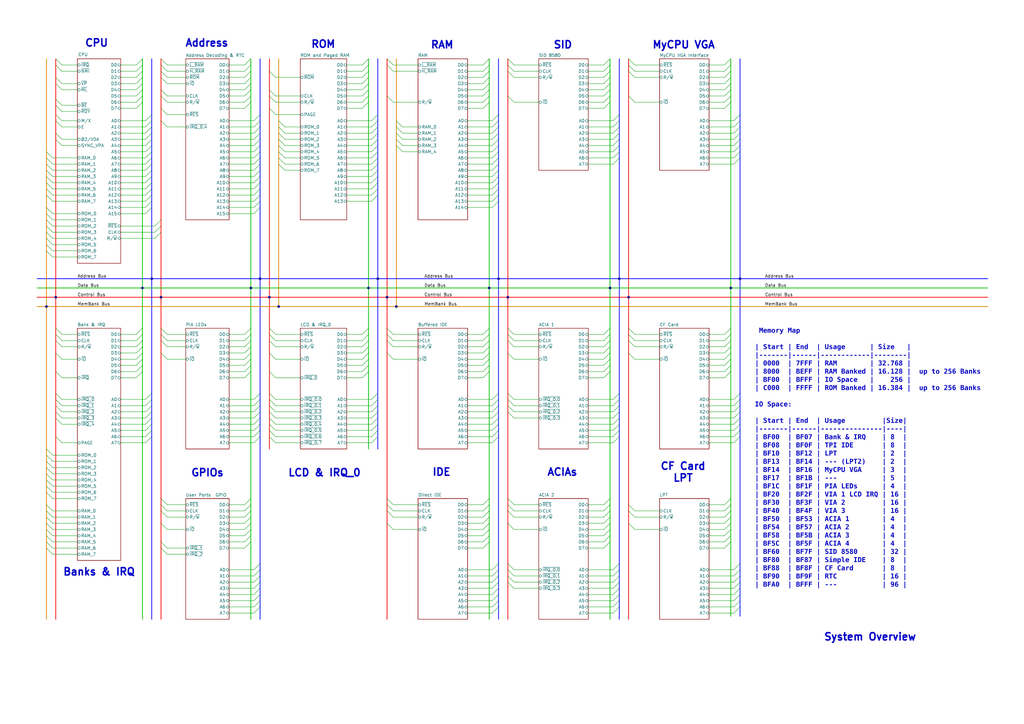
<source format=kicad_sch>
(kicad_sch (version 20231120) (generator "eeschema") (generator_version "8.0")
  (paper "A3")
  (title_block (title "S65xx Computer System Overview") (date "2024-06-30") (rev "1.1") (company "Synthron"))
  (junction (at 257.81 121.92))
  (junction (at 200.66 118.11))
  (junction (at 110.49 121.92))
  (junction (at 66.04 121.92))
  (junction (at 114.3 125.73))
  (junction (at 151.13 118.11))
  (junction (at 162.56 125.73))
  (junction (at 303.53 114.3))
  (junction (at 58.42 118.11))
  (junction (at 250.19 118.11))
  (junction (at 154.94 114.3))
  (junction (at 106.68 114.3))
  (junction (at 102.87 118.11))
  (junction (at 19.05 125.73))
  (junction (at 22.86 121.92))
  (junction (at 62.23 114.3))
  (junction (at 158.75 121.92))
  (junction (at 299.72 118.11))
  (junction (at 254 114.3))
  (junction (at 208.28 121.92))
  (junction (at 204.47 114.3))
  (bus_entry (at 21.59 227.33) (size -2.54 -2.54))
  (bus_entry (at 200.66 36.83) (size -2.54 2.54))
  (bus_entry (at 110.49 36.83) (size 2.54 2.54))
  (bus_entry (at 254 163.83) (size -2.54 2.54))
  (bus_entry (at 62.23 62.23) (size -2.54 2.54))
  (bus_entry (at 204.47 46.99) (size -2.54 2.54))
  (bus_entry (at 208.28 39.37) (size 2.54 2.54))
  (bus_entry (at 257.81 39.37) (size 2.54 2.54))
  (bus_entry (at 158.75 214.63) (size 2.54 2.54))
  (bus_entry (at 154.94 173.99) (size -2.54 2.54))
  (bus_entry (at 58.42 144.78) (size -2.54 2.54))
  (bus_entry (at 204.47 166.37) (size -2.54 2.54))
  (bus_entry (at 66.04 26.67) (size 2.54 2.54))
  (bus_entry (at 254 59.69) (size -2.54 2.54))
  (bus_entry (at 204.47 59.69) (size -2.54 2.54))
  (bus_entry (at 102.87 31.75) (size -2.54 2.54))
  (bus_entry (at 299.72 26.67) (size -2.54 2.54))
  (bus_entry (at 204.47 54.61) (size -2.54 2.54))
  (bus_entry (at 154.94 179.07) (size -2.54 2.54))
  (bus_entry (at 22.86 31.75) (size 2.54 2.54))
  (bus_entry (at 200.66 217.17) (size -2.54 2.54))
  (bus_entry (at 62.23 69.85) (size -2.54 2.54))
  (bus_entry (at 299.72 34.29) (size -2.54 2.54))
  (bus_entry (at 204.47 233.68) (size -2.54 2.54))
  (bus_entry (at 200.66 149.86) (size -2.54 2.54))
  (bus_entry (at 154.94 69.85) (size -2.54 2.54))
  (bus_entry (at 22.86 171.45) (size 2.54 2.54))
  (bus_entry (at 62.23 163.83) (size -2.54 2.54))
  (bus_entry (at 250.19 139.7) (size -2.54 2.54))
  (bus_entry (at 62.23 72.39) (size -2.54 2.54))
  (bus_entry (at 66.04 204.47) (size 2.54 2.54))
  (bus_entry (at 200.66 204.47) (size -2.54 2.54))
  (bus_entry (at 114.3 67.31) (size 2.54 2.54))
  (bus_entry (at 154.94 52.07) (size -2.54 2.54))
  (bus_entry (at 102.87 36.83) (size -2.54 2.54))
  (bus_entry (at 66.04 44.45) (size 2.54 2.54))
  (bus_entry (at 106.68 54.61) (size -2.54 2.54))
  (bus_entry (at 113.03 179.07) (size -2.54 -2.54))
  (bus_entry (at 22.86 144.78) (size 2.54 2.54))
  (bus_entry (at 22.86 134.62) (size 2.54 2.54))
  (bus_entry (at 151.13 137.16) (size -2.54 2.54))
  (bus_entry (at 204.47 246.38) (size -2.54 2.54))
  (bus_entry (at 204.47 238.76) (size -2.54 2.54))
  (bus_entry (at 151.13 24.13) (size -2.54 2.54))
  (bus_entry (at 254 236.22) (size -2.54 2.54))
  (bus_entry (at 21.59 196.85) (size -2.54 -2.54))
  (bus_entry (at 106.68 64.77) (size -2.54 2.54))
  (bus_entry (at 204.47 57.15) (size -2.54 2.54))
  (bus_entry (at 208.28 166.37) (size 2.54 2.54))
  (bus_entry (at 250.19 39.37) (size -2.54 2.54))
  (bus_entry (at 102.87 219.71) (size -2.54 2.54))
  (bus_entry (at 250.19 134.62) (size -2.54 2.54))
  (bus_entry (at 204.47 241.3) (size -2.54 2.54))
  (bus_entry (at 257.81 26.67) (size 2.54 2.54))
  (bus_entry (at 303.53 173.99) (size -2.54 2.54))
  (bus_entry (at 151.13 134.62) (size -2.54 2.54))
  (bus_entry (at 58.42 139.7) (size -2.54 2.54))
  (bus_entry (at 102.87 144.78) (size -2.54 2.54))
  (bus_entry (at 208.28 207.01) (size 2.54 2.54))
  (bus_entry (at 106.68 46.99) (size -2.54 2.54))
  (bus_entry (at 204.47 52.07) (size -2.54 2.54))
  (bus_entry (at 21.59 102.87) (size -2.54 -2.54))
  (bus_entry (at 22.86 168.91) (size 2.54 2.54))
  (bus_entry (at 151.13 149.86) (size -2.54 2.54))
  (bus_entry (at 303.53 62.23) (size -2.54 2.54))
  (bus_entry (at 151.13 139.7) (size -2.54 2.54))
  (bus_entry (at 208.28 238.76) (size 2.54 2.54))
  (bus_entry (at 106.68 163.83) (size -2.54 2.54))
  (bus_entry (at 154.94 77.47) (size -2.54 2.54))
  (bus_entry (at 66.04 134.62) (size 2.54 2.54))
  (bus_entry (at 250.19 31.75) (size -2.54 2.54))
  (bus_entry (at 254 52.07) (size -2.54 2.54))
  (bus_entry (at 200.66 152.4) (size -2.54 2.54))
  (bus_entry (at 21.59 212.09) (size -2.54 -2.54))
  (bus_entry (at 299.72 29.21) (size -2.54 2.54))
  (bus_entry (at 208.28 137.16) (size 2.54 2.54))
  (bus_entry (at 62.23 49.53) (size -2.54 2.54))
  (bus_entry (at 250.19 144.78) (size -2.54 2.54))
  (bus_entry (at 62.23 64.77) (size -2.54 2.54))
  (bus_entry (at 204.47 168.91) (size -2.54 2.54))
  (bus_entry (at 58.42 152.4) (size -2.54 2.54))
  (bus_entry (at 254 176.53) (size -2.54 2.54))
  (bus_entry (at 21.59 214.63) (size -2.54 -2.54))
  (bus_entry (at 21.59 64.77) (size -2.54 -2.54))
  (bus_entry (at 204.47 80.01) (size -2.54 2.54))
  (bus_entry (at 200.66 31.75) (size -2.54 2.54))
  (bus_entry (at 303.53 176.53) (size -2.54 2.54))
  (bus_entry (at 299.72 142.24) (size -2.54 2.54))
  (bus_entry (at 21.59 189.23) (size -2.54 -2.54))
  (bus_entry (at 154.94 74.93) (size -2.54 2.54))
  (bus_entry (at 200.66 147.32) (size -2.54 2.54))
  (bus_entry (at 200.66 39.37) (size -2.54 2.54))
  (bus_entry (at 110.49 134.62) (size 2.54 2.54))
  (bus_entry (at 114.3 57.15) (size 2.54 2.54))
  (bus_entry (at 254 238.76) (size -2.54 2.54))
  (bus_entry (at 110.49 144.78) (size 2.54 2.54))
  (bus_entry (at 254 243.84) (size -2.54 2.54))
  (bus_entry (at 208.28 144.78) (size 2.54 2.54))
  (bus_entry (at 303.53 171.45) (size -2.54 2.54))
  (bus_entry (at 62.23 77.47) (size -2.54 2.54))
  (bus_entry (at 254 171.45) (size -2.54 2.54))
  (bus_entry (at 21.59 224.79) (size -2.54 -2.54))
  (bus_entry (at 58.42 41.91) (size -2.54 2.54))
  (bus_entry (at 106.68 67.31) (size -2.54 2.54))
  (bus_entry (at 62.23 179.07) (size -2.54 2.54))
  (bus_entry (at 102.87 39.37) (size -2.54 2.54))
  (bus_entry (at 200.66 209.55) (size -2.54 2.54))
  (bus_entry (at 257.81 137.16) (size 2.54 2.54))
  (bus_entry (at 154.94 62.23) (size -2.54 2.54))
  (bus_entry (at 22.86 26.67) (size 2.54 2.54))
  (bus_entry (at 299.72 209.55) (size -2.54 2.54))
  (bus_entry (at 200.66 207.01) (size -2.54 2.54))
  (bus_entry (at 62.23 54.61) (size -2.54 2.54))
  (bus_entry (at 154.94 57.15) (size -2.54 2.54))
  (bus_entry (at 303.53 179.07) (size -2.54 2.54))
  (bus_entry (at 66.04 24.13) (size 2.54 2.54))
  (bus_entry (at 303.53 243.84) (size -2.54 2.54))
  (bus_entry (at 151.13 31.75) (size -2.54 2.54))
  (bus_entry (at 62.23 59.69) (size -2.54 2.54))
  (bus_entry (at 208.28 236.22) (size 2.54 2.54))
  (bus_entry (at 208.28 168.91) (size 2.54 2.54))
  (bus_entry (at 62.23 67.31) (size -2.54 2.54))
  (bus_entry (at 299.72 39.37) (size -2.54 2.54))
  (bus_entry (at 114.3 62.23) (size 2.54 2.54))
  (bus_entry (at 200.66 144.78) (size -2.54 2.54))
  (bus_entry (at 299.72 219.71) (size -2.54 2.54))
  (bus_entry (at 200.66 34.29) (size -2.54 2.54))
  (bus_entry (at 106.68 62.23) (size -2.54 2.54))
  (bus_entry (at 257.81 144.78) (size 2.54 2.54))
  (bus_entry (at 102.87 204.47) (size -2.54 2.54))
  (bus_entry (at 303.53 166.37) (size -2.54 2.54))
  (bus_entry (at 204.47 77.47) (size -2.54 2.54))
  (bus_entry (at 62.23 46.99) (size -2.54 2.54))
  (bus_entry (at 66.04 144.78) (size 2.54 2.54))
  (bus_entry (at 204.47 69.85) (size -2.54 2.54))
  (bus_entry (at 204.47 49.53) (size -2.54 2.54))
  (bus_entry (at 21.59 100.33) (size -2.54 -2.54))
  (bus_entry (at 106.68 236.22) (size -2.54 2.54))
  (bus_entry (at 208.28 233.68) (size 2.54 2.54))
  (bus_entry (at 62.23 82.55) (size -2.54 2.54))
  (bus_entry (at 21.59 82.55) (size -2.54 -2.54))
  (bus_entry (at 250.19 41.91) (size -2.54 2.54))
  (bus_entry (at 204.47 67.31) (size -2.54 2.54))
  (bus_entry (at 154.94 46.99) (size -2.54 2.54))
  (bus_entry (at 299.72 207.01) (size -2.54 2.54))
  (bus_entry (at 106.68 231.14) (size -2.54 2.54))
  (bus_entry (at 21.59 95.25) (size -2.54 -2.54))
  (bus_entry (at 66.04 95.25) (size -2.54 2.54))
  (bus_entry (at 254 233.68) (size -2.54 2.54))
  (bus_entry (at 254 166.37) (size -2.54 2.54))
  (bus_entry (at 21.59 80.01) (size -2.54 -2.54))
  (bus_entry (at 254 231.14) (size -2.54 2.54))
  (bus_entry (at 299.72 137.16) (size -2.54 2.54))
  (bus_entry (at 106.68 161.29) (size -2.54 2.54))
  (bus_entry (at 254 173.99) (size -2.54 2.54))
  (bus_entry (at 208.28 29.21) (size 2.54 2.54))
  (bus_entry (at 22.86 49.53) (size 2.54 2.54))
  (bus_entry (at 62.23 80.01) (size -2.54 2.54))
  (bus_entry (at 250.19 24.13) (size -2.54 2.54))
  (bus_entry (at 21.59 186.69) (size -2.54 -2.54))
  (bus_entry (at 158.75 207.01) (size 2.54 2.54))
  (bus_entry (at 102.87 139.7) (size -2.54 2.54))
  (bus_entry (at 257.81 209.55) (size 2.54 2.54))
  (bus_entry (at 21.59 204.47) (size -2.54 -2.54))
  (bus_entry (at 22.86 139.7) (size 2.54 2.54))
  (bus_entry (at 58.42 36.83) (size -2.54 2.54))
  (bus_entry (at 113.03 171.45) (size -2.54 -2.54))
  (bus_entry (at 102.87 41.91) (size -2.54 2.54))
  (bus_entry (at 204.47 82.55) (size -2.54 2.54))
  (bus_entry (at 102.87 209.55) (size -2.54 2.54))
  (bus_entry (at 22.86 57.15) (size 2.54 2.54))
  (bus_entry (at 254 241.3) (size -2.54 2.54))
  (bus_entry (at 208.28 26.67) (size 2.54 2.54))
  (bus_entry (at 106.68 72.39) (size -2.54 2.54))
  (bus_entry (at 106.68 82.55) (size -2.54 2.54))
  (bus_entry (at 66.04 214.63) (size 2.54 2.54))
  (bus_entry (at 204.47 179.07) (size -2.54 2.54))
  (bus_entry (at 204.47 231.14) (size -2.54 2.54))
  (bus_entry (at 299.72 36.83) (size -2.54 2.54))
  (bus_entry (at 250.19 212.09) (size -2.54 2.54))
  (bus_entry (at 66.04 224.79) (size 2.54 2.54))
  (bus_entry (at 66.04 90.17) (size -2.54 2.54))
  (bus_entry (at 113.03 181.61) (size -2.54 -2.54))
  (bus_entry (at 151.13 152.4) (size -2.54 2.54))
  (bus_entry (at 250.19 204.47) (size -2.54 2.54))
  (bus_entry (at 110.49 39.37) (size 2.54 2.54))
  (bus_entry (at 62.23 57.15) (size -2.54 2.54))
  (bus_entry (at 106.68 179.07) (size -2.54 2.54))
  (bus_entry (at 106.68 85.09) (size -2.54 2.54))
  (bus_entry (at 208.28 24.13) (size 2.54 2.54))
  (bus_entry (at 254 246.38) (size -2.54 2.54))
  (bus_entry (at 110.49 44.45) (size 2.54 2.54))
  (bus_entry (at 66.04 36.83) (size 2.54 2.54))
  (bus_entry (at 113.03 163.83) (size -2.54 -2.54))
  (bus_entry (at 66.04 29.21) (size 2.54 2.54))
  (bus_entry (at 62.23 161.29) (size -2.54 2.54))
  (bus_entry (at 151.13 147.32) (size -2.54 2.54))
  (bus_entry (at 110.49 29.21) (size 2.54 2.54))
  (bus_entry (at 113.03 168.91) (size -2.54 -2.54))
  (bus_entry (at 303.53 49.53) (size -2.54 2.54))
  (bus_entry (at 303.53 238.76) (size -2.54 2.54))
  (bus_entry (at 299.72 144.78) (size -2.54 2.54))
  (bus_entry (at 254 248.92) (size -2.54 2.54))
  (bus_entry (at 62.23 173.99) (size -2.54 2.54))
  (bus_entry (at 62.23 176.53) (size -2.54 2.54))
  (bus_entry (at 158.75 39.37) (size 2.54 2.54))
  (bus_entry (at 58.42 29.21) (size -2.54 2.54))
  (bus_entry (at 21.59 72.39) (size -2.54 -2.54))
  (bus_entry (at 110.49 139.7) (size 2.54 2.54))
  (bus_entry (at 299.72 214.63) (size -2.54 2.54))
  (bus_entry (at 158.75 134.62) (size 2.54 2.54))
  (bus_entry (at 58.42 26.67) (size -2.54 2.54))
  (bus_entry (at 158.75 139.7) (size 2.54 2.54))
  (bus_entry (at 250.19 142.24) (size -2.54 2.54))
  (bus_entry (at 106.68 176.53) (size -2.54 2.54))
  (bus_entry (at 106.68 52.07) (size -2.54 2.54))
  (bus_entry (at 21.59 74.93) (size -2.54 -2.54))
  (bus_entry (at 250.19 214.63) (size -2.54 2.54))
  (bus_entry (at 22.86 161.29) (size 2.54 2.54))
  (bus_entry (at 113.03 166.37) (size -2.54 -2.54))
  (bus_entry (at 303.53 231.14) (size -2.54 2.54))
  (bus_entry (at 162.56 49.53) (size 2.54 2.54))
  (bus_entry (at 21.59 199.39) (size -2.54 -2.54))
  (bus_entry (at 106.68 168.91) (size -2.54 2.54))
  (bus_entry (at 158.75 24.13) (size 2.54 2.54))
  (bus_entry (at 22.86 163.83) (size 2.54 2.54))
  (bus_entry (at 66.04 139.7) (size 2.54 2.54))
  (bus_entry (at 106.68 166.37) (size -2.54 2.54))
  (bus_entry (at 102.87 147.32) (size -2.54 2.54))
  (bus_entry (at 106.68 238.76) (size -2.54 2.54))
  (bus_entry (at 66.04 39.37) (size 2.54 2.54))
  (bus_entry (at 250.19 137.16) (size -2.54 2.54))
  (bus_entry (at 151.13 36.83) (size -2.54 2.54))
  (bus_entry (at 151.13 142.24) (size -2.54 2.54))
  (bus_entry (at 106.68 69.85) (size -2.54 2.54))
  (bus_entry (at 200.66 26.67) (size -2.54 2.54))
  (bus_entry (at 66.04 31.75) (size 2.54 2.54))
  (bus_entry (at 303.53 248.92) (size -2.54 2.54))
  (bus_entry (at 204.47 74.93) (size -2.54 2.54))
  (bus_entry (at 66.04 49.53) (size 2.54 2.54))
  (bus_entry (at 208.28 139.7) (size 2.54 2.54))
  (bus_entry (at 62.23 52.07) (size -2.54 2.54))
  (bus_entry (at 200.66 212.09) (size -2.54 2.54))
  (bus_entry (at 102.87 207.01) (size -2.54 2.54))
  (bus_entry (at 303.53 246.38) (size -2.54 2.54))
  (bus_entry (at 66.04 209.55) (size 2.54 2.54))
  (bus_entry (at 299.72 31.75) (size -2.54 2.54))
  (bus_entry (at 204.47 176.53) (size -2.54 2.54))
  (bus_entry (at 154.94 80.01) (size -2.54 2.54))
  (bus_entry (at 254 57.15) (size -2.54 2.54))
  (bus_entry (at 257.81 29.21) (size 2.54 2.54))
  (bus_entry (at 299.72 139.7) (size -2.54 2.54))
  (bus_entry (at 21.59 77.47) (size -2.54 -2.54))
  (bus_entry (at 22.86 34.29) (size 2.54 2.54))
  (bus_entry (at 254 62.23) (size -2.54 2.54))
  (bus_entry (at 151.13 144.78) (size -2.54 2.54))
  (bus_entry (at 303.53 54.61) (size -2.54 2.54))
  (bus_entry (at 254 49.53) (size -2.54 2.54))
  (bus_entry (at 154.94 59.69) (size -2.54 2.54))
  (bus_entry (at 66.04 137.16) (size 2.54 2.54))
  (bus_entry (at 106.68 49.53) (size -2.54 2.54))
  (bus_entry (at 299.72 152.4) (size -2.54 2.54))
  (bus_entry (at 303.53 236.22) (size -2.54 2.54))
  (bus_entry (at 204.47 161.29) (size -2.54 2.54))
  (bus_entry (at 102.87 134.62) (size -2.54 2.54))
  (bus_entry (at 254 54.61) (size -2.54 2.54))
  (bus_entry (at 21.59 87.63) (size -2.54 -2.54))
  (bus_entry (at 102.87 26.67) (size -2.54 2.54))
  (bus_entry (at 102.87 149.86) (size -2.54 2.54))
  (bus_entry (at 250.19 219.71) (size -2.54 2.54))
  (bus_entry (at 58.42 31.75) (size -2.54 2.54))
  (bus_entry (at 299.72 212.09) (size -2.54 2.54))
  (bus_entry (at 208.28 204.47) (size 2.54 2.54))
  (bus_entry (at 106.68 246.38) (size -2.54 2.54))
  (bus_entry (at 58.42 149.86) (size -2.54 2.54))
  (bus_entry (at 151.13 34.29) (size -2.54 2.54))
  (bus_entry (at 257.81 207.01) (size 2.54 2.54))
  (bus_entry (at 58.42 134.62) (size -2.54 2.54))
  (bus_entry (at 21.59 69.85) (size -2.54 -2.54))
  (bus_entry (at 154.94 168.91) (size -2.54 2.54))
  (bus_entry (at 200.66 222.25) (size -2.54 2.54))
  (bus_entry (at 102.87 24.13) (size -2.54 2.54))
  (bus_entry (at 204.47 243.84) (size -2.54 2.54))
  (bus_entry (at 200.66 139.7) (size -2.54 2.54))
  (bus_entry (at 22.86 166.37) (size 2.54 2.54))
  (bus_entry (at 106.68 80.01) (size -2.54 2.54))
  (bus_entry (at 102.87 217.17) (size -2.54 2.54))
  (bus_entry (at 58.42 39.37) (size -2.54 2.54))
  (bus_entry (at 250.19 147.32) (size -2.54 2.54))
  (bus_entry (at 21.59 92.71) (size -2.54 -2.54))
  (bus_entry (at 22.86 24.13) (size 2.54 2.54))
  (bus_entry (at 303.53 52.07) (size -2.54 2.54))
  (bus_entry (at 21.59 217.17) (size -2.54 -2.54))
  (bus_entry (at 22.86 179.07) (size 2.54 2.54))
  (bus_entry (at 303.53 57.15) (size -2.54 2.54))
  (bus_entry (at 22.86 54.61) (size 2.54 2.54))
  (bus_entry (at 158.75 26.67) (size 2.54 2.54))
  (bus_entry (at 151.13 39.37) (size -2.54 2.54))
  (bus_entry (at 113.03 173.99) (size -2.54 -2.54))
  (bus_entry (at 114.3 59.69) (size 2.54 2.54))
  (bus_entry (at 250.19 26.67) (size -2.54 2.54))
  (bus_entry (at 22.86 152.4) (size 2.54 2.54))
  (bus_entry (at 66.04 222.25) (size 2.54 2.54))
  (bus_entry (at 162.56 59.69) (size 2.54 2.54))
  (bus_entry (at 204.47 163.83) (size -2.54 2.54))
  (bus_entry (at 58.42 137.16) (size -2.54 2.54))
  (bus_entry (at 200.66 41.91) (size -2.54 2.54))
  (bus_entry (at 106.68 77.47) (size -2.54 2.54))
  (bus_entry (at 106.68 171.45) (size -2.54 2.54))
  (bus_entry (at 254 168.91) (size -2.54 2.54))
  (bus_entry (at 208.28 163.83) (size 2.54 2.54))
  (bus_entry (at 257.81 24.13) (size 2.54 2.54))
  (bus_entry (at 204.47 248.92) (size -2.54 2.54))
  (bus_entry (at 58.42 34.29) (size -2.54 2.54))
  (bus_entry (at 200.66 214.63) (size -2.54 2.54))
  (bus_entry (at 106.68 243.84) (size -2.54 2.54))
  (bus_entry (at 106.68 248.92) (size -2.54 2.54))
  (bus_entry (at 299.72 134.62) (size -2.54 2.54))
  (bus_entry (at 114.3 49.53) (size 2.54 2.54))
  (bus_entry (at 102.87 142.24) (size -2.54 2.54))
  (bus_entry (at 208.28 134.62) (size 2.54 2.54))
  (bus_entry (at 154.94 54.61) (size -2.54 2.54))
  (bus_entry (at 158.75 144.78) (size 2.54 2.54))
  (bus_entry (at 299.72 147.32) (size -2.54 2.54))
  (bus_entry (at 208.28 231.14) (size 2.54 2.54))
  (bus_entry (at 22.86 43.18) (size 2.54 2.54))
  (bus_entry (at 204.47 173.99) (size -2.54 2.54))
  (bus_entry (at 21.59 194.31) (size -2.54 -2.54))
  (bus_entry (at 21.59 97.79) (size -2.54 -2.54))
  (bus_entry (at 102.87 137.16) (size -2.54 2.54))
  (bus_entry (at 299.72 222.25) (size -2.54 2.54))
  (bus_entry (at 200.66 219.71) (size -2.54 2.54))
  (bus_entry (at 303.53 233.68) (size -2.54 2.54))
  (bus_entry (at 62.23 168.91) (size -2.54 2.54))
  (bus_entry (at 208.28 161.29) (size 2.54 2.54))
  (bus_entry (at 154.94 64.77) (size -2.54 2.54))
  (bus_entry (at 257.81 214.63) (size 2.54 2.54))
  (bus_entry (at 102.87 222.25) (size -2.54 2.54))
  (bus_entry (at 102.87 212.09) (size -2.54 2.54))
  (bus_entry (at 62.23 85.09) (size -2.54 2.54))
  (bus_entry (at 22.86 40.64) (size 2.54 2.54))
  (bus_entry (at 21.59 191.77) (size -2.54 -2.54))
  (bus_entry (at 303.53 168.91) (size -2.54 2.54))
  (bus_entry (at 208.28 209.55) (size 2.54 2.54))
  (bus_entry (at 158.75 209.55) (size 2.54 2.54))
  (bus_entry (at 106.68 59.69) (size -2.54 2.54))
  (bus_entry (at 200.66 137.16) (size -2.54 2.54))
  (bus_entry (at 303.53 161.29) (size -2.54 2.54))
  (bus_entry (at 208.28 214.63) (size 2.54 2.54))
  (bus_entry (at 299.72 149.86) (size -2.54 2.54))
  (bus_entry (at 299.72 24.13) (size -2.54 2.54))
  (bus_entry (at 162.56 52.07) (size 2.54 2.54))
  (bus_entry (at 254 46.99) (size -2.54 2.54))
  (bus_entry (at 110.49 137.16) (size 2.54 2.54))
  (bus_entry (at 21.59 219.71) (size -2.54 -2.54))
  (bus_entry (at 66.04 92.71) (size -2.54 2.54))
  (bus_entry (at 250.19 29.21) (size -2.54 2.54))
  (bus_entry (at 21.59 222.25) (size -2.54 -2.54))
  (bus_entry (at 58.42 142.24) (size -2.54 2.54))
  (bus_entry (at 204.47 62.23) (size -2.54 2.54))
  (bus_entry (at 303.53 59.69) (size -2.54 2.54))
  (bus_entry (at 114.3 64.77) (size 2.54 2.54))
  (bus_entry (at 106.68 233.68) (size -2.54 2.54))
  (bus_entry (at 250.19 222.25) (size -2.54 2.54))
  (bus_entry (at 21.59 209.55) (size -2.54 -2.54))
  (bus_entry (at 200.66 142.24) (size -2.54 2.54))
  (bus_entry (at 114.3 54.61) (size 2.54 2.54))
  (bus_entry (at 110.49 152.4) (size 2.54 2.54))
  (bus_entry (at 204.47 72.39) (size -2.54 2.54))
  (bus_entry (at 21.59 67.31) (size -2.54 -2.54))
  (bus_entry (at 154.94 171.45) (size -2.54 2.54))
  (bus_entry (at 21.59 90.17) (size -2.54 -2.54))
  (bus_entry (at 200.66 29.21) (size -2.54 2.54))
  (bus_entry (at 254 179.07) (size -2.54 2.54))
  (bus_entry (at 151.13 26.67) (size -2.54 2.54))
  (bus_entry (at 303.53 241.3) (size -2.54 2.54))
  (bus_entry (at 250.19 209.55) (size -2.54 2.54))
  (bus_entry (at 106.68 173.99) (size -2.54 2.54))
  (bus_entry (at 151.13 29.21) (size -2.54 2.54))
  (bus_entry (at 204.47 171.45) (size -2.54 2.54))
  (bus_entry (at 257.81 139.7) (size 2.54 2.54))
  (bus_entry (at 102.87 34.29) (size -2.54 2.54))
  (bus_entry (at 154.94 163.83) (size -2.54 2.54))
  (bus_entry (at 250.19 36.83) (size -2.54 2.54))
  (bus_entry (at 62.23 74.93) (size -2.54 2.54))
  (bus_entry (at 303.53 46.99) (size -2.54 2.54))
  (bus_entry (at 250.19 34.29) (size -2.54 2.54))
  (bus_entry (at 154.94 72.39) (size -2.54 2.54))
  (bus_entry (at 200.66 24.13) (size -2.54 2.54))
  (bus_entry (at 254 161.29) (size -2.54 2.54))
  (bus_entry (at 154.94 161.29) (size -2.54 2.54))
  (bus_entry (at 250.19 152.4) (size -2.54 2.54))
  (bus_entry (at 200.66 134.62) (size -2.54 2.54))
  (bus_entry (at 62.23 166.37) (size -2.54 2.54))
  (bus_entry (at 204.47 64.77) (size -2.54 2.54))
  (bus_entry (at 162.56 54.61) (size 2.54 2.54))
  (bus_entry (at 254 64.77) (size -2.54 2.54))
  (bus_entry (at 62.23 171.45) (size -2.54 2.54))
  (bus_entry (at 66.04 207.01) (size 2.54 2.54))
  (bus_entry (at 158.75 204.47) (size 2.54 2.54))
  (bus_entry (at 102.87 214.63) (size -2.54 2.54))
  (bus_entry (at 154.94 176.53) (size -2.54 2.54))
  (bus_entry (at 114.3 52.07) (size 2.54 2.54))
  (bus_entry (at 58.42 147.32) (size -2.54 2.54))
  (bus_entry (at 106.68 74.93) (size -2.54 2.54))
  (bus_entry (at 151.13 41.91) (size -2.54 2.54))
  (bus_entry (at 154.94 67.31) (size -2.54 2.54))
  (bus_entry (at 299.72 41.91) (size -2.54 2.54))
  (bus_entry (at 162.56 57.15) (size 2.54 2.54))
  (bus_entry (at 257.81 134.62) (size 2.54 2.54))
  (bus_entry (at 250.19 207.01) (size -2.54 2.54))
  (bus_entry (at 299.72 217.17) (size -2.54 2.54))
  (bus_entry (at 113.03 176.53) (size -2.54 -2.54))
  (bus_entry (at 303.53 163.83) (size -2.54 2.54))
  (bus_entry (at 102.87 29.21) (size -2.54 2.54))
  (bus_entry (at 106.68 57.15) (size -2.54 2.54))
  (bus_entry (at 102.87 152.4) (size -2.54 2.54))
  (bus_entry (at 154.94 49.53) (size -2.54 2.54))
  (bus_entry (at 21.59 201.93) (size -2.54 -2.54))
  (bus_entry (at 299.72 204.47) (size -2.54 2.54))
  (bus_entry (at 158.75 137.16) (size 2.54 2.54))
  (bus_entry (at 250.19 149.86) (size -2.54 2.54))
  (bus_entry (at 58.42 24.13) (size -2.54 2.54))
  (bus_entry (at 22.86 46.99) (size 2.54 2.54))
  (bus_entry (at 21.59 105.41) (size -2.54 -2.54))
  (bus_entry (at 106.68 241.3) (size -2.54 2.54))
  (bus_entry (at 22.86 137.16) (size 2.54 2.54))
  (bus_entry (at 303.53 64.77) (size -2.54 2.54))
  (bus_entry (at 204.47 236.22) (size -2.54 2.54))
  (bus_entry (at 154.94 166.37) (size -2.54 2.54))
  (bus_entry (at 250.19 217.17) (size -2.54 2.54))
  (wire (pts (xy 93.98 209.55) (xy 100.33 209.55)))
  (bus (pts (xy 303.53 49.53) (xy 303.53 52.07)) (stroke (width 0) (color 0 0 255 1)))
  (wire (pts (xy 68.58 29.21) (xy 76.2 29.21)))
  (wire (pts (xy 49.53 176.53) (xy 59.69 176.53)))
  (wire (pts (xy 210.82 236.22) (xy 220.98 236.22)))
  (bus (pts (xy 19.05 77.47) (xy 19.05 80.01)) (stroke (width 0) (color 221 133 0 1)))
  (wire (pts (xy 93.98 251.46) (xy 104.14 251.46)))
  (wire (pts (xy 93.98 217.17) (xy 100.33 217.17)))
  (bus (pts (xy 19.05 212.09) (xy 19.05 214.63)) (stroke (width 0) (color 221 133 0 1)))
  (bus (pts (xy 158.75 39.37) (xy 158.75 121.92)) (stroke (width 0) (color 255 0 0 1)))
  (bus (pts (xy 200.66 207.01) (xy 200.66 209.55)) (stroke (width 0) (color 0 194 0 1)))
  (bus (pts (xy 204.47 114.3) (xy 204.47 161.29)) (stroke (width 0) (color 0 0 255 1)))
  (bus (pts (xy 19.05 67.31) (xy 19.05 69.85)) (stroke (width 0) (color 221 133 0 1)))
  (wire (pts (xy 93.98 224.79) (xy 100.33 224.79)))
  (bus (pts (xy 254 62.23) (xy 254 64.77)) (stroke (width 0) (color 0 0 255 1)))
  (wire (pts (xy 93.98 152.4) (xy 100.33 152.4)))
  (bus (pts (xy 19.05 196.85) (xy 19.05 199.39)) (stroke (width 0) (color 221 133 0 1)))
  (wire (pts (xy 113.03 142.24) (xy 123.19 142.24)))
  (bus (pts (xy 254 163.83) (xy 254 166.37)) (stroke (width 0) (color 0 0 255 1)))
  (wire (pts (xy 49.53 181.61) (xy 59.69 181.61)))
  (wire (pts (xy 290.83 154.94) (xy 297.18 154.94)))
  (wire (pts (xy 210.82 168.91) (xy 220.98 168.91)))
  (bus (pts (xy 154.94 176.53) (xy 154.94 179.07)) (stroke (width 0) (color 0 0 255 1)))
  (wire (pts (xy 191.77 139.7) (xy 198.12 139.7)))
  (wire (pts (xy 93.98 179.07) (xy 104.14 179.07)))
  (bus (pts (xy 254 231.14) (xy 254 233.68)) (stroke (width 0) (color 0 0 255 1)))
  (wire (pts (xy 241.3 34.29) (xy 247.65 34.29)))
  (bus (pts (xy 257.81 139.7) (xy 257.81 144.78)) (stroke (width 0) (color 255 0 0 1)))
  (bus (pts (xy 200.66 217.17) (xy 200.66 219.71)) (stroke (width 0) (color 0 194 0 1)))
  (bus (pts (xy 58.42 118.11) (xy 102.87 118.11)) (stroke (width 0) (color 0 194 0 1)))
  (bus (pts (xy 58.42 134.62) (xy 58.42 137.16)) (stroke (width 0) (color 0 194 0 1)))
  (bus (pts (xy 303.53 248.92) (xy 303.53 252.73)) (stroke (width 0) (color 0 0 255 1)))
  (bus (pts (xy 62.23 62.23) (xy 62.23 64.77)) (stroke (width 0) (color 0 0 255 1)))
  (wire (pts (xy 31.75 139.7) (xy 25.4 139.7)))
  (bus (pts (xy 254 168.91) (xy 254 171.45)) (stroke (width 0) (color 0 0 255 1)))
  (bus (pts (xy 303.53 246.38) (xy 303.53 248.92)) (stroke (width 0) (color 0 0 255 1)))
  (bus (pts (xy 299.72 39.37) (xy 299.72 41.91)) (stroke (width 0) (color 0 194 0 1)))
  (bus (pts (xy 110.49 163.83) (xy 110.49 166.37)) (stroke (width 0) (color 255 0 0 1)))
  (wire (pts (xy 191.77 214.63) (xy 198.12 214.63)))
  (wire (pts (xy 68.58 34.29) (xy 76.2 34.29)))
  (wire (pts (xy 113.03 171.45) (xy 123.19 171.45)))
  (bus (pts (xy 19.05 64.77) (xy 19.05 67.31)) (stroke (width 0) (color 221 133 0 1)))
  (bus (pts (xy 254 64.77) (xy 254 114.3)) (stroke (width 0) (color 0 0 255 1)))
  (wire (pts (xy 123.19 62.23) (xy 116.84 62.23)))
  (bus (pts (xy 151.13 137.16) (xy 151.13 139.7)) (stroke (width 0) (color 0 194 0 1)))
  (bus (pts (xy 208.28 161.29) (xy 208.28 163.83)) (stroke (width 0) (color 255 0 0 1)))
  (wire (pts (xy 241.3 173.99) (xy 251.46 173.99)))
  (wire (pts (xy 49.53 142.24) (xy 55.88 142.24)))
  (wire (pts (xy 93.98 214.63) (xy 100.33 214.63)))
  (wire (pts (xy 260.35 41.91) (xy 270.51 41.91)))
  (bus (pts (xy 110.49 176.53) (xy 110.49 179.07)) (stroke (width 0) (color 255 0 0 1)))
  (bus (pts (xy 204.47 246.38) (xy 204.47 248.92)) (stroke (width 0) (color 0 0 255 1)))
  (bus (pts (xy 62.23 82.55) (xy 62.23 85.09)) (stroke (width 0) (color 0 0 255 1)))
  (bus (pts (xy 66.04 49.53) (xy 66.04 90.17)) (stroke (width 0) (color 255 0 0 1)))
  (bus (pts (xy 254 246.38) (xy 254 248.92)) (stroke (width 0) (color 0 0 255 1)))
  (bus (pts (xy 110.49 29.21) (xy 110.49 36.83)) (stroke (width 0) (color 255 0 0 1)))
  (bus (pts (xy 22.86 152.4) (xy 22.86 161.29)) (stroke (width 0) (color 255 0 0 1)))
  (wire (pts (xy 93.98 207.01) (xy 100.33 207.01)))
  (wire (pts (xy 290.83 49.53) (xy 300.99 49.53)))
  (bus (pts (xy 151.13 39.37) (xy 151.13 41.91)) (stroke (width 0) (color 0 194 0 1)))
  (wire (pts (xy 68.58 227.33) (xy 76.2 227.33)))
  (bus (pts (xy 19.05 74.93) (xy 19.05 77.47)) (stroke (width 0) (color 221 133 0 1)))
  (bus (pts (xy 106.68 69.85) (xy 106.68 72.39)) (stroke (width 0) (color 0 0 255 1)))
  (wire (pts (xy 290.83 233.68) (xy 300.99 233.68)))
  (wire (pts (xy 21.59 80.01) (xy 31.75 80.01)))
  (bus (pts (xy 154.94 54.61) (xy 154.94 57.15)) (stroke (width 0) (color 0 0 255 1)))
  (bus (pts (xy 154.94 171.45) (xy 154.94 173.99)) (stroke (width 0) (color 0 0 255 1)))
  (wire (pts (xy 161.29 26.67) (xy 171.45 26.67)))
  (wire (pts (xy 21.59 97.79) (xy 31.75 97.79)))
  (bus (pts (xy 106.68 67.31) (xy 106.68 69.85)) (stroke (width 0) (color 0 0 255 1)))
  (bus (pts (xy 154.94 57.15) (xy 154.94 59.69)) (stroke (width 0) (color 0 0 255 1)))
  (wire (pts (xy 191.77 85.09) (xy 201.93 85.09)))
  (wire (pts (xy 191.77 49.53) (xy 201.93 49.53)))
  (wire (pts (xy 25.4 26.67) (xy 31.75 26.67)))
  (wire (pts (xy 113.03 163.83) (xy 123.19 163.83)))
  (wire (pts (xy 290.83 152.4) (xy 297.18 152.4)))
  (wire (pts (xy 241.3 152.4) (xy 247.65 152.4)))
  (bus (pts (xy 19.05 194.31) (xy 19.05 196.85)) (stroke (width 0) (color 221 133 0 1)))
  (bus (pts (xy 154.94 173.99) (xy 154.94 176.53)) (stroke (width 0) (color 0 0 255 1)))
  (bus (pts (xy 106.68 46.99) (xy 106.68 49.53)) (stroke (width 0) (color 0 0 255 1)))
  (bus (pts (xy 102.87 39.37) (xy 102.87 41.91)) (stroke (width 0) (color 0 194 0 1)))
  (bus (pts (xy 19.05 62.23) (xy 19.05 64.77)) (stroke (width 0) (color 221 133 0 1)))
  (bus (pts (xy 19.05 224.79) (xy 19.05 254)) (stroke (width 0) (color 221 133 0 1)))
  (bus (pts (xy 22.86 43.18) (xy 22.86 46.99)) (stroke (width 0) (color 255 0 0 1)))
  (wire (pts (xy 93.98 74.93) (xy 104.14 74.93)))
  (bus (pts (xy 66.04 139.7) (xy 66.04 144.78)) (stroke (width 0) (color 255 0 0 1)))
  (bus (pts (xy 250.19 31.75) (xy 250.19 34.29)) (stroke (width 0) (color 0 194 0 1)))
  (wire (pts (xy 21.59 64.77) (xy 31.75 64.77)))
  (wire (pts (xy 93.98 243.84) (xy 104.14 243.84)))
  (bus (pts (xy 303.53 238.76) (xy 303.53 241.3)) (stroke (width 0) (color 0 0 255 1)))
  (wire (pts (xy 191.77 181.61) (xy 201.93 181.61)))
  (bus (pts (xy 204.47 64.77) (xy 204.47 67.31)) (stroke (width 0) (color 0 0 255 1)))
  (bus (pts (xy 58.42 152.4) (xy 58.42 254)) (stroke (width 0) (color 0 194 0 1)))
  (wire (pts (xy 68.58 41.91) (xy 76.2 41.91)))
  (bus (pts (xy 204.47 179.07) (xy 204.47 231.14)) (stroke (width 0) (color 0 0 255 1)))
  (bus (pts (xy 62.23 59.69) (xy 62.23 62.23)) (stroke (width 0) (color 0 0 255 1)))
  (wire (pts (xy 191.77 207.01) (xy 198.12 207.01)))
  (wire (pts (xy 25.4 36.83) (xy 31.75 36.83)))
  (bus (pts (xy 66.04 92.71) (xy 66.04 95.25)) (stroke (width 0) (color 255 0 0 1)))
  (bus (pts (xy 22.86 26.67) (xy 22.86 31.75)) (stroke (width 0) (color 255 0 0 1)))
  (bus (pts (xy 62.23 85.09) (xy 62.23 114.3)) (stroke (width 0) (color 0 0 255 1)))
  (wire (pts (xy 68.58 137.16) (xy 76.2 137.16)))
  (bus (pts (xy 22.86 161.29) (xy 22.86 163.83)) (stroke (width 0) (color 255 0 0 1)))
  (bus (pts (xy 208.28 121.92) (xy 257.81 121.92)) (stroke (width 0) (color 255 0 0 1)))
  (bus (pts (xy 22.86 24.13) (xy 22.86 26.67)) (stroke (width 0) (color 255 0 0 1)))
  (bus (pts (xy 250.19 209.55) (xy 250.19 212.09)) (stroke (width 0) (color 0 194 0 1)))
  (wire (pts (xy 142.24 179.07) (xy 152.4 179.07)))
  (wire (pts (xy 21.59 92.71) (xy 31.75 92.71)))
  (bus (pts (xy 204.47 163.83) (xy 204.47 166.37)) (stroke (width 0) (color 0 0 255 1)))
  (bus (pts (xy 151.13 26.67) (xy 151.13 29.21)) (stroke (width 0) (color 0 194 0 1)))
  (wire (pts (xy 241.3 36.83) (xy 247.65 36.83)))
  (wire (pts (xy 93.98 52.07) (xy 104.14 52.07)))
  (wire (pts (xy 93.98 139.7) (xy 100.33 139.7)))
  (bus (pts (xy 303.53 236.22) (xy 303.53 238.76)) (stroke (width 0) (color 0 0 255 1)))
  (wire (pts (xy 290.83 29.21) (xy 297.18 29.21)))
  (bus (pts (xy 162.56 24.13) (xy 162.56 49.53)) (stroke (width 0) (color 221 133 0 1)))
  (wire (pts (xy 49.53 49.53) (xy 59.69 49.53)))
  (bus (pts (xy 204.47 80.01) (xy 204.47 82.55)) (stroke (width 0) (color 0 0 255 1)))
  (wire (pts (xy 241.3 147.32) (xy 247.65 147.32)))
  (bus (pts (xy 102.87 139.7) (xy 102.87 142.24)) (stroke (width 0) (color 0 194 0 1)))
  (bus (pts (xy 204.47 231.14) (xy 204.47 233.68)) (stroke (width 0) (color 0 0 255 1)))
  (bus (pts (xy 62.23 171.45) (xy 62.23 173.99)) (stroke (width 0) (color 0 0 255 1)))
  (bus (pts (xy 114.3 64.77) (xy 114.3 67.31)) (stroke (width 0) (color 221 133 0 1)))
  (wire (pts (xy 68.58 26.67) (xy 76.2 26.67)))
  (wire (pts (xy 49.53 29.21) (xy 55.88 29.21)))
  (wire (pts (xy 49.53 80.01) (xy 59.69 80.01)))
  (bus (pts (xy 106.68 80.01) (xy 106.68 82.55)) (stroke (width 0) (color 0 0 255 1)))
  (bus (pts (xy 62.23 72.39) (xy 62.23 74.93)) (stroke (width 0) (color 0 0 255 1)))
  (bus (pts (xy 102.87 137.16) (xy 102.87 139.7)) (stroke (width 0) (color 0 194 0 1)))
  (wire (pts (xy 25.4 59.69) (xy 31.75 59.69)))
  (wire (pts (xy 68.58 139.7) (xy 76.2 139.7)))
  (bus (pts (xy 110.49 179.07) (xy 110.49 184.15)) (stroke (width 0) (color 255 0 0 1)))
  (bus (pts (xy 22.86 49.53) (xy 22.86 54.61)) (stroke (width 0) (color 255 0 0 1)))
  (wire (pts (xy 241.3 149.86) (xy 247.65 149.86)))
  (wire (pts (xy 191.77 154.94) (xy 198.12 154.94)))
  (bus (pts (xy 158.75 207.01) (xy 158.75 209.55)) (stroke (width 0) (color 255 0 0 1)))
  (bus (pts (xy 19.05 100.33) (xy 19.05 102.87)) (stroke (width 0) (color 221 133 0 1)))
  (bus (pts (xy 58.42 26.67) (xy 58.42 29.21)) (stroke (width 0) (color 0 194 0 1)))
  (wire (pts (xy 191.77 147.32) (xy 198.12 147.32)))
  (bus (pts (xy 110.49 44.45) (xy 110.49 121.92)) (stroke (width 0) (color 255 0 0 1)))
  (bus (pts (xy 303.53 59.69) (xy 303.53 62.23)) (stroke (width 0) (color 0 0 255 1)))
  (wire (pts (xy 241.3 41.91) (xy 247.65 41.91)))
  (bus (pts (xy 204.47 77.47) (xy 204.47 80.01)) (stroke (width 0) (color 0 0 255 1)))
  (bus (pts (xy 154.94 166.37) (xy 154.94 168.91)) (stroke (width 0) (color 0 0 255 1)))
  (bus (pts (xy 58.42 31.75) (xy 58.42 34.29)) (stroke (width 0) (color 0 194 0 1)))
  (wire (pts (xy 113.03 179.07) (xy 123.19 179.07)))
  (wire (pts (xy 210.82 163.83) (xy 220.98 163.83)))
  (bus (pts (xy 66.04 137.16) (xy 66.04 139.7)) (stroke (width 0) (color 255 0 0 1)))
  (wire (pts (xy 290.83 139.7) (xy 297.18 139.7)))
  (bus (pts (xy 299.72 214.63) (xy 299.72 217.17)) (stroke (width 0) (color 0 194 0 1)))
  (bus (pts (xy 19.05 87.63) (xy 19.05 90.17)) (stroke (width 0) (color 221 133 0 1)))
  (wire (pts (xy 49.53 69.85) (xy 59.69 69.85)))
  (wire (pts (xy 68.58 142.24) (xy 76.2 142.24)))
  (bus (pts (xy 208.28 236.22) (xy 208.28 238.76)) (stroke (width 0) (color 255 0 0 1)))
  (wire (pts (xy 49.53 137.16) (xy 55.88 137.16)))
  (wire (pts (xy 241.3 217.17) (xy 247.65 217.17)))
  (bus (pts (xy 204.47 248.92) (xy 204.47 254)) (stroke (width 0) (color 0 0 255 1)))
  (bus (pts (xy 158.75 144.78) (xy 158.75 204.47)) (stroke (width 0) (color 255 0 0 1)))
  (bus (pts (xy 154.94 52.07) (xy 154.94 54.61)) (stroke (width 0) (color 0 0 255 1)))
  (bus (pts (xy 106.68 238.76) (xy 106.68 241.3)) (stroke (width 0) (color 0 0 255 1)))
  (wire (pts (xy 290.83 137.16) (xy 297.18 137.16)))
  (bus (pts (xy 208.28 121.92) (xy 208.28 134.62)) (stroke (width 0) (color 255 0 0 1)))
  (wire (pts (xy 191.77 149.86) (xy 198.12 149.86)))
  (wire (pts (xy 241.3 67.31) (xy 251.46 67.31)))
  (bus (pts (xy 58.42 147.32) (xy 58.42 149.86)) (stroke (width 0) (color 0 194 0 1)))
  (bus (pts (xy 58.42 24.13) (xy 58.42 26.67)) (stroke (width 0) (color 0 194 0 1)))
  (wire (pts (xy 191.77 57.15) (xy 201.93 57.15)))
  (wire (pts (xy 260.35 26.67) (xy 270.51 26.67)))
  (bus (pts (xy 303.53 114.3) (xy 303.53 161.29)) (stroke (width 0) (color 0 0 255 1)))
  (bus (pts (xy 151.13 34.29) (xy 151.13 36.83)) (stroke (width 0) (color 0 194 0 1)))
  (bus (pts (xy 110.49 137.16) (xy 110.49 139.7)) (stroke (width 0) (color 255 0 0 1)))
  (wire (pts (xy 241.3 52.07) (xy 251.46 52.07)))
  (wire (pts (xy 21.59 222.25) (xy 31.75 222.25)))
  (wire (pts (xy 290.83 179.07) (xy 300.99 179.07)))
  (bus (pts (xy 200.66 209.55) (xy 200.66 212.09)) (stroke (width 0) (color 0 194 0 1)))
  (bus (pts (xy 106.68 168.91) (xy 106.68 171.45)) (stroke (width 0) (color 0 0 255 1)))
  (wire (pts (xy 191.77 219.71) (xy 198.12 219.71)))
  (bus (pts (xy 58.42 39.37) (xy 58.42 41.91)) (stroke (width 0) (color 0 194 0 1)))
  (wire (pts (xy 21.59 189.23) (xy 31.75 189.23)))
  (bus (pts (xy 254 59.69) (xy 254 62.23)) (stroke (width 0) (color 0 0 255 1)))
  (bus (pts (xy 62.23 46.99) (xy 62.23 49.53)) (stroke (width 0) (color 0 0 255 1)))
  (bus (pts (xy 158.75 134.62) (xy 158.75 137.16)) (stroke (width 0) (color 255 0 0 1)))
  (wire (pts (xy 142.24 168.91) (xy 152.4 168.91)))
  (bus (pts (xy 208.28 166.37) (xy 208.28 168.91)) (stroke (width 0) (color 255 0 0 1)))
  (bus (pts (xy 102.87 41.91) (xy 102.87 118.11)) (stroke (width 0) (color 0 194 0 1)))
  (bus (pts (xy 204.47 243.84) (xy 204.47 246.38)) (stroke (width 0) (color 0 0 255 1)))
  (wire (pts (xy 21.59 219.71) (xy 31.75 219.71)))
  (bus (pts (xy 66.04 209.55) (xy 66.04 214.63)) (stroke (width 0) (color 255 0 0 1)))
  (bus (pts (xy 200.66 118.11) (xy 250.19 118.11)) (stroke (width 0) (color 0 194 0 1)))
  (wire (pts (xy 21.59 204.47) (xy 31.75 204.47)))
  (wire (pts (xy 290.83 147.32) (xy 297.18 147.32)))
  (wire (pts (xy 31.75 154.94) (xy 25.4 154.94)))
  (bus (pts (xy 303.53 62.23) (xy 303.53 64.77)) (stroke (width 0) (color 0 0 255 1)))
  (wire (pts (xy 49.53 36.83) (xy 55.88 36.83)))
  (wire (pts (xy 210.82 209.55) (xy 220.98 209.55)))
  (bus (pts (xy 154.94 62.23) (xy 154.94 64.77)) (stroke (width 0) (color 0 0 255 1)))
  (wire (pts (xy 142.24 142.24) (xy 148.59 142.24)))
  (bus (pts (xy 303.53 57.15) (xy 303.53 59.69)) (stroke (width 0) (color 0 0 255 1)))
  (bus (pts (xy 66.04 36.83) (xy 66.04 39.37)) (stroke (width 0) (color 255 0 0 1)))
  (wire (pts (xy 142.24 59.69) (xy 152.4 59.69)))
  (wire (pts (xy 21.59 214.63) (xy 31.75 214.63)))
  (wire (pts (xy 290.83 26.67) (xy 297.18 26.67)))
  (wire (pts (xy 191.77 137.16) (xy 198.12 137.16)))
  (bus (pts (xy 62.23 179.07) (xy 62.23 254)) (stroke (width 0) (color 0 0 255 1)))
  (wire (pts (xy 21.59 199.39) (xy 31.75 199.39)))
  (bus (pts (xy 106.68 64.77) (xy 106.68 67.31)) (stroke (width 0) (color 0 0 255 1)))
  (bus (pts (xy 250.19 149.86) (xy 250.19 152.4)) (stroke (width 0) (color 0 194 0 1)))
  (bus (pts (xy 62.23 54.61) (xy 62.23 57.15)) (stroke (width 0) (color 0 0 255 1)))
  (wire (pts (xy 241.3 241.3) (xy 251.46 241.3)))
  (bus (pts (xy 208.28 29.21) (xy 208.28 39.37)) (stroke (width 0) (color 255 0 0 1)))
  (bus (pts (xy 106.68 246.38) (xy 106.68 248.92)) (stroke (width 0) (color 0 0 255 1)))
  (bus (pts (xy 58.42 137.16) (xy 58.42 139.7)) (stroke (width 0) (color 0 194 0 1)))
  (wire (pts (xy 241.3 209.55) (xy 247.65 209.55)))
  (wire (pts (xy 290.83 59.69) (xy 300.99 59.69)))
  (bus (pts (xy 19.05 125.73) (xy 19.05 184.15)) (stroke (width 0) (color 221 133 0 1)))
  (wire (pts (xy 290.83 238.76) (xy 300.99 238.76)))
  (wire (pts (xy 93.98 248.92) (xy 104.14 248.92)))
  (bus (pts (xy 22.86 139.7) (xy 22.86 144.78)) (stroke (width 0) (color 255 0 0 1)))
  (bus (pts (xy 254 236.22) (xy 254 238.76)) (stroke (width 0) (color 0 0 255 1)))
  (bus (pts (xy 303.53 163.83) (xy 303.53 166.37)) (stroke (width 0) (color 0 0 255 1)))
  (wire (pts (xy 142.24 82.55) (xy 152.4 82.55)))
  (wire (pts (xy 93.98 39.37) (xy 100.33 39.37)))
  (bus (pts (xy 200.66 24.13) (xy 200.66 26.67)) (stroke (width 0) (color 0 194 0 1)))
  (bus (pts (xy 151.13 41.91) (xy 151.13 118.11)) (stroke (width 0) (color 0 194 0 1)))
  (bus (pts (xy 257.81 121.92) (xy 405.13 121.92)) (stroke (width 0) (color 255 0 0 1)))
  (wire (pts (xy 241.3 166.37) (xy 251.46 166.37)))
  (bus (pts (xy 58.42 29.21) (xy 58.42 31.75)) (stroke (width 0) (color 0 194 0 1)))
  (wire (pts (xy 210.82 41.91) (xy 220.98 41.91)))
  (wire (pts (xy 31.75 173.99) (xy 25.4 173.99)))
  (bus (pts (xy 19.05 199.39) (xy 19.05 201.93)) (stroke (width 0) (color 221 133 0 1)))
  (wire (pts (xy 191.77 243.84) (xy 201.93 243.84)))
  (bus (pts (xy 200.66 41.91) (xy 200.66 118.11)) (stroke (width 0) (color 0 194 0 1)))
  (bus (pts (xy 154.94 72.39) (xy 154.94 74.93)) (stroke (width 0) (color 0 0 255 1)))
  (wire (pts (xy 142.24 62.23) (xy 152.4 62.23)))
  (bus (pts (xy 114.3 54.61) (xy 114.3 57.15)) (stroke (width 0) (color 221 133 0 1)))
  (wire (pts (xy 123.19 67.31) (xy 116.84 67.31)))
  (bus (pts (xy 250.19 142.24) (xy 250.19 144.78)) (stroke (width 0) (color 0 194 0 1)))
  (bus (pts (xy 154.94 114.3) (xy 204.47 114.3)) (stroke (width 0) (color 0 0 255 1)))
  (bus (pts (xy 250.19 219.71) (xy 250.19 222.25)) (stroke (width 0) (color 0 194 0 1)))
  (bus (pts (xy 299.72 118.11) (xy 405.13 118.11)) (stroke (width 0) (color 0 194 0 1)))
  (wire (pts (xy 21.59 100.33) (xy 31.75 100.33)))
  (wire (pts (xy 191.77 82.55) (xy 201.93 82.55)))
  (bus (pts (xy 158.75 214.63) (xy 158.75 254)) (stroke (width 0) (color 255 0 0 1)))
  (wire (pts (xy 165.1 62.23) (xy 171.45 62.23)))
  (bus (pts (xy 254 52.07) (xy 254 54.61)) (stroke (width 0) (color 0 0 255 1)))
  (wire (pts (xy 142.24 137.16) (xy 148.59 137.16)))
  (wire (pts (xy 191.77 69.85) (xy 201.93 69.85)))
  (wire (pts (xy 161.29 212.09) (xy 171.45 212.09)))
  (bus (pts (xy 62.23 24.13) (xy 62.23 46.99)) (stroke (width 0) (color 0 0 255 1)))
  (bus (pts (xy 200.66 204.47) (xy 200.66 207.01)) (stroke (width 0) (color 0 194 0 1)))
  (bus (pts (xy 158.75 24.13) (xy 158.75 26.67)) (stroke (width 0) (color 255 0 0 1)))
  (wire (pts (xy 191.77 176.53) (xy 201.93 176.53)))
  (wire (pts (xy 260.35 212.09) (xy 270.51 212.09)))
  (wire (pts (xy 21.59 105.41) (xy 31.75 105.41)))
  (wire (pts (xy 25.4 43.18) (xy 31.75 43.18)))
  (bus (pts (xy 250.19 34.29) (xy 250.19 36.83)) (stroke (width 0) (color 0 194 0 1)))
  (wire (pts (xy 113.03 147.32) (xy 123.19 147.32)))
  (bus (pts (xy 106.68 114.3) (xy 106.68 161.29)) (stroke (width 0) (color 0 0 255 1)))
  (wire (pts (xy 241.3 29.21) (xy 247.65 29.21)))
  (bus (pts (xy 299.72 137.16) (xy 299.72 139.7)) (stroke (width 0) (color 0 194 0 1)))
  (bus (pts (xy 204.47 67.31) (xy 204.47 69.85)) (stroke (width 0) (color 0 0 255 1)))
  (bus (pts (xy 204.47 176.53) (xy 204.47 179.07)) (stroke (width 0) (color 0 0 255 1)))
  (wire (pts (xy 113.03 176.53) (xy 123.19 176.53)))
  (wire (pts (xy 290.83 67.31) (xy 300.99 67.31)))
  (bus (pts (xy 204.47 238.76) (xy 204.47 241.3)) (stroke (width 0) (color 0 0 255 1)))
  (bus (pts (xy 254 179.07) (xy 254 231.14)) (stroke (width 0) (color 0 0 255 1)))
  (bus (pts (xy 204.47 46.99) (xy 204.47 49.53)) (stroke (width 0) (color 0 0 255 1)))
  (bus (pts (xy 200.66 137.16) (xy 200.66 139.7)) (stroke (width 0) (color 0 194 0 1)))
  (wire (pts (xy 290.83 176.53) (xy 300.99 176.53)))
  (wire (pts (xy 31.75 168.91) (xy 25.4 168.91)))
  (bus (pts (xy 254 241.3) (xy 254 243.84)) (stroke (width 0) (color 0 0 255 1)))
  (bus (pts (xy 299.72 31.75) (xy 299.72 34.29)) (stroke (width 0) (color 0 194 0 1)))
  (wire (pts (xy 123.19 64.77) (xy 116.84 64.77)))
  (wire (pts (xy 210.82 147.32) (xy 220.98 147.32)))
  (wire (pts (xy 68.58 147.32) (xy 76.2 147.32)))
  (wire (pts (xy 191.77 179.07) (xy 201.93 179.07)))
  (bus (pts (xy 151.13 36.83) (xy 151.13 39.37)) (stroke (width 0) (color 0 194 0 1)))
  (bus (pts (xy 158.75 139.7) (xy 158.75 144.78)) (stroke (width 0) (color 255 0 0 1)))
  (bus (pts (xy 204.47 233.68) (xy 204.47 236.22)) (stroke (width 0) (color 0 0 255 1)))
  (bus (pts (xy 151.13 31.75) (xy 151.13 34.29)) (stroke (width 0) (color 0 194 0 1)))
  (bus (pts (xy 250.19 134.62) (xy 250.19 137.16)) (stroke (width 0) (color 0 194 0 1)))
  (bus (pts (xy 204.47 57.15) (xy 204.47 59.69)) (stroke (width 0) (color 0 0 255 1)))
  (wire (pts (xy 142.24 173.99) (xy 152.4 173.99)))
  (wire (pts (xy 241.3 243.84) (xy 251.46 243.84)))
  (bus (pts (xy 299.72 147.32) (xy 299.72 149.86)) (stroke (width 0) (color 0 194 0 1)))
  (wire (pts (xy 290.83 149.86) (xy 297.18 149.86)))
  (wire (pts (xy 68.58 31.75) (xy 76.2 31.75)))
  (bus (pts (xy 204.47 114.3) (xy 254 114.3)) (stroke (width 0) (color 0 0 255 1)))
  (wire (pts (xy 49.53 92.71) (xy 63.5 92.71)))
  (bus (pts (xy 154.94 67.31) (xy 154.94 69.85)) (stroke (width 0) (color 0 0 255 1)))
  (wire (pts (xy 142.24 171.45) (xy 152.4 171.45)))
  (bus (pts (xy 62.23 166.37) (xy 62.23 168.91)) (stroke (width 0) (color 0 0 255 1)))
  (bus (pts (xy 106.68 236.22) (xy 106.68 238.76)) (stroke (width 0) (color 0 0 255 1)))
  (bus (pts (xy 299.72 34.29) (xy 299.72 36.83)) (stroke (width 0) (color 0 194 0 1)))
  (wire (pts (xy 49.53 41.91) (xy 55.88 41.91)))
  (bus (pts (xy 254 49.53) (xy 254 52.07)) (stroke (width 0) (color 0 0 255 1)))
  (wire (pts (xy 21.59 191.77) (xy 31.75 191.77)))
  (wire (pts (xy 191.77 52.07) (xy 201.93 52.07)))
  (bus (pts (xy 208.28 204.47) (xy 208.28 207.01)) (stroke (width 0) (color 255 0 0 1)))
  (wire (pts (xy 290.83 173.99) (xy 300.99 173.99)))
  (wire (pts (xy 93.98 212.09) (xy 100.33 212.09)))
  (wire (pts (xy 142.24 69.85) (xy 152.4 69.85)))
  (bus (pts (xy 250.19 212.09) (xy 250.19 214.63)) (stroke (width 0) (color 0 194 0 1)))
  (bus (pts (xy 102.87 29.21) (xy 102.87 31.75)) (stroke (width 0) (color 0 194 0 1)))
  (wire (pts (xy 191.77 41.91) (xy 198.12 41.91)))
  (wire (pts (xy 142.24 41.91) (xy 148.59 41.91)))
  (wire (pts (xy 49.53 95.25) (xy 63.5 95.25)))
  (bus (pts (xy 250.19 41.91) (xy 250.19 118.11)) (stroke (width 0) (color 0 194 0 1)))
  (wire (pts (xy 191.77 152.4) (xy 198.12 152.4)))
  (bus (pts (xy 200.66 36.83) (xy 200.66 39.37)) (stroke (width 0) (color 0 194 0 1)))
  (bus (pts (xy 303.53 173.99) (xy 303.53 176.53)) (stroke (width 0) (color 0 0 255 1)))
  (wire (pts (xy 191.77 238.76) (xy 201.93 238.76)))
  (bus (pts (xy 162.56 49.53) (xy 162.56 52.07)) (stroke (width 0) (color 221 133 0 1)))
  (bus (pts (xy 102.87 222.25) (xy 102.87 254)) (stroke (width 0) (color 0 194 0 1)))
  (bus (pts (xy 254 173.99) (xy 254 176.53)) (stroke (width 0) (color 0 0 255 1)))
  (bus (pts (xy 22.86 179.07) (xy 22.86 254)) (stroke (width 0) (color 255 0 0 1)))
  (bus (pts (xy 66.04 95.25) (xy 66.04 121.92)) (stroke (width 0) (color 255 0 0 1)))
  (wire (pts (xy 290.83 57.15) (xy 300.99 57.15)))
  (wire (pts (xy 142.24 49.53) (xy 152.4 49.53)))
  (wire (pts (xy 93.98 168.91) (xy 104.14 168.91)))
  (wire (pts (xy 49.53 26.67) (xy 55.88 26.67)))
  (wire (pts (xy 113.03 41.91) (xy 123.19 41.91)))
  (bus (pts (xy 66.04 24.13) (xy 66.04 26.67)) (stroke (width 0) (color 255 0 0 1)))
  (bus (pts (xy 102.87 214.63) (xy 102.87 217.17)) (stroke (width 0) (color 0 194 0 1)))
  (bus (pts (xy 250.19 152.4) (xy 250.19 204.47)) (stroke (width 0) (color 0 194 0 1)))
  (bus (pts (xy 299.72 222.25) (xy 299.72 252.73)) (stroke (width 0) (color 0 194 0 1)))
  (wire (pts (xy 290.83 224.79) (xy 297.18 224.79)))
  (wire (pts (xy 191.77 80.01) (xy 201.93 80.01)))
  (wire (pts (xy 31.75 142.24) (xy 25.4 142.24)))
  (wire (pts (xy 142.24 139.7) (xy 148.59 139.7)))
  (wire (pts (xy 241.3 39.37) (xy 247.65 39.37)))
  (bus (pts (xy 299.72 134.62) (xy 299.72 137.16)) (stroke (width 0) (color 0 194 0 1)))
  (wire (pts (xy 210.82 207.01) (xy 220.98 207.01)))
  (wire (pts (xy 21.59 227.33) (xy 31.75 227.33)))
  (bus (pts (xy 154.94 69.85) (xy 154.94 72.39)) (stroke (width 0) (color 0 0 255 1)))
  (wire (pts (xy 290.83 217.17) (xy 297.18 217.17)))
  (wire (pts (xy 68.58 217.17) (xy 76.2 217.17)))
  (bus (pts (xy 204.47 72.39) (xy 204.47 74.93)) (stroke (width 0) (color 0 0 255 1)))
  (bus (pts (xy 110.49 171.45) (xy 110.49 173.99)) (stroke (width 0) (color 255 0 0 1)))
  (wire (pts (xy 241.3 179.07) (xy 251.46 179.07)))
  (wire (pts (xy 31.75 137.16) (xy 25.4 137.16)))
  (bus (pts (xy 204.47 82.55) (xy 204.47 114.3)) (stroke (width 0) (color 0 0 255 1)))
  (bus (pts (xy 62.23 67.31) (xy 62.23 69.85)) (stroke (width 0) (color 0 0 255 1)))
  (bus (pts (xy 299.72 36.83) (xy 299.72 39.37)) (stroke (width 0) (color 0 194 0 1)))
  (bus (pts (xy 303.53 171.45) (xy 303.53 173.99)) (stroke (width 0) (color 0 0 255 1)))
  (wire (pts (xy 93.98 238.76) (xy 104.14 238.76)))
  (bus (pts (xy 110.49 168.91) (xy 110.49 171.45)) (stroke (width 0) (color 255 0 0 1)))
  (bus (pts (xy 151.13 24.13) (xy 151.13 26.67)) (stroke (width 0) (color 0 194 0 1)))
  (bus (pts (xy 303.53 179.07) (xy 303.53 231.14)) (stroke (width 0) (color 0 0 255 1)))
  (wire (pts (xy 210.82 166.37) (xy 220.98 166.37)))
  (bus (pts (xy 106.68 161.29) (xy 106.68 163.83)) (stroke (width 0) (color 0 0 255 1)))
  (wire (pts (xy 113.03 31.75) (xy 123.19 31.75)))
  (wire (pts (xy 260.35 217.17) (xy 270.51 217.17)))
  (wire (pts (xy 161.29 139.7) (xy 171.45 139.7)))
  (wire (pts (xy 165.1 52.07) (xy 171.45 52.07)))
  (wire (pts (xy 93.98 166.37) (xy 104.14 166.37)))
  (bus (pts (xy 102.87 36.83) (xy 102.87 39.37)) (stroke (width 0) (color 0 194 0 1)))
  (bus (pts (xy 106.68 82.55) (xy 106.68 85.09)) (stroke (width 0) (color 0 0 255 1)))
  (wire (pts (xy 241.3 168.91) (xy 251.46 168.91)))
  (bus (pts (xy 299.72 204.47) (xy 299.72 207.01)) (stroke (width 0) (color 0 194 0 1)))
  (wire (pts (xy 123.19 52.07) (xy 116.84 52.07)))
  (wire (pts (xy 49.53 57.15) (xy 59.69 57.15)))
  (wire (pts (xy 241.3 54.61) (xy 251.46 54.61)))
  (wire (pts (xy 290.83 41.91) (xy 297.18 41.91)))
  (wire (pts (xy 290.83 36.83) (xy 297.18 36.83)))
  (wire (pts (xy 241.3 31.75) (xy 247.65 31.75)))
  (wire (pts (xy 21.59 82.55) (xy 31.75 82.55)))
  (wire (pts (xy 49.53 39.37) (xy 55.88 39.37)))
  (wire (pts (xy 290.83 219.71) (xy 297.18 219.71)))
  (bus (pts (xy 303.53 64.77) (xy 303.53 114.3)) (stroke (width 0) (color 0 0 255 1)))
  (wire (pts (xy 241.3 251.46) (xy 251.46 251.46)))
  (bus (pts (xy 299.72 152.4) (xy 299.72 204.47)) (stroke (width 0) (color 0 194 0 1)))
  (bus (pts (xy 299.72 149.86) (xy 299.72 152.4)) (stroke (width 0) (color 0 194 0 1)))
  (wire (pts (xy 113.03 46.99) (xy 123.19 46.99)))
  (wire (pts (xy 241.3 49.53) (xy 251.46 49.53)))
  (wire (pts (xy 142.24 34.29) (xy 148.59 34.29)))
  (bus (pts (xy 257.81 214.63) (xy 257.81 254)) (stroke (width 0) (color 255 0 0 1)))
  (wire (pts (xy 49.53 154.94) (xy 55.88 154.94)))
  (bus (pts (xy 303.53 231.14) (xy 303.53 233.68)) (stroke (width 0) (color 0 0 255 1)))
  (wire (pts (xy 241.3 139.7) (xy 247.65 139.7)))
  (bus (pts (xy 62.23 163.83) (xy 62.23 166.37)) (stroke (width 0) (color 0 0 255 1)))
  (wire (pts (xy 241.3 163.83) (xy 251.46 163.83)))
  (bus (pts (xy 22.86 57.15) (xy 22.86 121.92)) (stroke (width 0) (color 255 0 0 1)))
  (bus (pts (xy 106.68 49.53) (xy 106.68 52.07)) (stroke (width 0) (color 0 0 255 1)))
  (bus (pts (xy 22.86 40.64) (xy 22.86 43.18)) (stroke (width 0) (color 255 0 0 1)))
  (bus (pts (xy 200.66 34.29) (xy 200.66 36.83)) (stroke (width 0) (color 0 194 0 1)))
  (wire (pts (xy 113.03 139.7) (xy 123.19 139.7)))
  (wire (pts (xy 191.77 77.47) (xy 201.93 77.47)))
  (bus (pts (xy 299.72 26.67) (xy 299.72 29.21)) (stroke (width 0) (color 0 194 0 1)))
  (bus (pts (xy 114.3 125.73) (xy 162.56 125.73)) (stroke (width 0) (color 221 133 0 1)))
  (wire (pts (xy 113.03 137.16) (xy 123.19 137.16)))
  (wire (pts (xy 161.29 137.16) (xy 171.45 137.16)))
  (bus (pts (xy 158.75 121.92) (xy 158.75 134.62)) (stroke (width 0) (color 255 0 0 1)))
  (wire (pts (xy 49.53 87.63) (xy 59.69 87.63)))
  (bus (pts (xy 106.68 179.07) (xy 106.68 231.14)) (stroke (width 0) (color 0 0 255 1)))
  (wire (pts (xy 21.59 212.09) (xy 31.75 212.09)))
  (bus (pts (xy 106.68 171.45) (xy 106.68 173.99)) (stroke (width 0) (color 0 0 255 1)))
  (bus (pts (xy 208.28 238.76) (xy 208.28 254)) (stroke (width 0) (color 255 0 0 1)))
  (wire (pts (xy 290.83 207.01) (xy 297.18 207.01)))
  (bus (pts (xy 110.49 134.62) (xy 110.49 137.16)) (stroke (width 0) (color 255 0 0 1)))
  (wire (pts (xy 142.24 52.07) (xy 152.4 52.07)))
  (bus (pts (xy 19.05 201.93) (xy 19.05 207.01)) (stroke (width 0) (color 221 133 0 1)))
  (wire (pts (xy 241.3 154.94) (xy 247.65 154.94)))
  (wire (pts (xy 210.82 29.21) (xy 220.98 29.21)))
  (bus (pts (xy 151.13 147.32) (xy 151.13 149.86)) (stroke (width 0) (color 0 194 0 1)))
  (wire (pts (xy 241.3 248.92) (xy 251.46 248.92)))
  (wire (pts (xy 142.24 176.53) (xy 152.4 176.53)))
  (bus (pts (xy 114.3 52.07) (xy 114.3 54.61)) (stroke (width 0) (color 221 133 0 1)))
  (bus (pts (xy 208.28 24.13) (xy 208.28 26.67)) (stroke (width 0) (color 255 0 0 1)))
  (wire (pts (xy 290.83 142.24) (xy 297.18 142.24)))
  (wire (pts (xy 191.77 26.67) (xy 198.12 26.67)))
  (wire (pts (xy 21.59 217.17) (xy 31.75 217.17)))
  (wire (pts (xy 241.3 142.24) (xy 247.65 142.24)))
  (bus (pts (xy 66.04 224.79) (xy 66.04 254)) (stroke (width 0) (color 255 0 0 1)))
  (bus (pts (xy 66.04 204.47) (xy 66.04 207.01)) (stroke (width 0) (color 255 0 0 1)))
  (wire (pts (xy 31.75 171.45) (xy 25.4 171.45)))
  (bus (pts (xy 106.68 74.93) (xy 106.68 77.47)) (stroke (width 0) (color 0 0 255 1)))
  (bus (pts (xy 19.05 209.55) (xy 19.05 212.09)) (stroke (width 0) (color 221 133 0 1)))
  (wire (pts (xy 25.4 52.07) (xy 31.75 52.07)))
  (wire (pts (xy 68.58 46.99) (xy 76.2 46.99)))
  (wire (pts (xy 290.83 39.37) (xy 297.18 39.37)))
  (wire (pts (xy 191.77 236.22) (xy 201.93 236.22)))
  (bus (pts (xy 114.3 59.69) (xy 114.3 62.23)) (stroke (width 0) (color 221 133 0 1)))
  (bus (pts (xy 303.53 54.61) (xy 303.53 57.15)) (stroke (width 0) (color 0 0 255 1)))
  (wire (pts (xy 191.77 67.31) (xy 201.93 67.31)))
  (bus (pts (xy 102.87 149.86) (xy 102.87 152.4)) (stroke (width 0) (color 0 194 0 1)))
  (bus (pts (xy 204.47 171.45) (xy 204.47 173.99)) (stroke (width 0) (color 0 0 255 1)))
  (wire (pts (xy 241.3 176.53) (xy 251.46 176.53)))
  (wire (pts (xy 93.98 36.83) (xy 100.33 36.83)))
  (bus (pts (xy 106.68 173.99) (xy 106.68 176.53)) (stroke (width 0) (color 0 0 255 1)))
  (bus (pts (xy 250.19 217.17) (xy 250.19 219.71)) (stroke (width 0) (color 0 194 0 1)))
  (bus (pts (xy 299.72 209.55) (xy 299.72 212.09)) (stroke (width 0) (color 0 194 0 1)))
  (wire (pts (xy 191.77 233.68) (xy 201.93 233.68)))
  (bus (pts (xy 208.28 26.67) (xy 208.28 29.21)) (stroke (width 0) (color 255 0 0 1)))
  (wire (pts (xy 123.19 59.69) (xy 116.84 59.69)))
  (bus (pts (xy 162.56 54.61) (xy 162.56 57.15)) (stroke (width 0) (color 221 133 0 1)))
  (wire (pts (xy 241.3 57.15) (xy 251.46 57.15)))
  (bus (pts (xy 200.66 26.67) (xy 200.66 29.21)) (stroke (width 0) (color 0 194 0 1)))
  (bus (pts (xy 250.19 118.11) (xy 250.19 134.62)) (stroke (width 0) (color 0 194 0 1)))
  (bus (pts (xy 257.81 29.21) (xy 257.81 39.37)) (stroke (width 0) (color 255 0 0 1)))
  (wire (pts (xy 191.77 224.79) (xy 198.12 224.79)))
  (bus (pts (xy 200.66 152.4) (xy 200.66 204.47)) (stroke (width 0) (color 0 194 0 1)))
  (wire (pts (xy 93.98 241.3) (xy 104.14 241.3)))
  (bus (pts (xy 303.53 114.3) (xy 405.13 114.3)) (stroke (width 0) (color 0 0 255 1)))
  (bus (pts (xy 303.53 176.53) (xy 303.53 179.07)) (stroke (width 0) (color 0 0 255 1)))
  (wire (pts (xy 165.1 54.61) (xy 171.45 54.61)))
  (wire (pts (xy 191.77 34.29) (xy 198.12 34.29)))
  (wire (pts (xy 142.24 80.01) (xy 152.4 80.01)))
  (bus (pts (xy 19.05 191.77) (xy 19.05 194.31)) (stroke (width 0) (color 221 133 0 1)))
  (bus (pts (xy 151.13 139.7) (xy 151.13 142.24)) (stroke (width 0) (color 0 194 0 1)))
  (bus (pts (xy 254 166.37) (xy 254 168.91)) (stroke (width 0) (color 0 0 255 1)))
  (wire (pts (xy 49.53 54.61) (xy 59.69 54.61)))
  (wire (pts (xy 290.83 54.61) (xy 300.99 54.61)))
  (wire (pts (xy 93.98 87.63) (xy 104.14 87.63)))
  (wire (pts (xy 260.35 31.75) (xy 270.51 31.75)))
  (bus (pts (xy 22.86 121.92) (xy 66.04 121.92)) (stroke (width 0) (color 255 0 0 1)))
  (bus (pts (xy 200.66 118.11) (xy 200.66 134.62)) (stroke (width 0) (color 0 194 0 1)))
  (wire (pts (xy 93.98 41.91) (xy 100.33 41.91)))
  (wire (pts (xy 31.75 163.83) (xy 25.4 163.83)))
  (bus (pts (xy 257.81 39.37) (xy 257.81 121.92)) (stroke (width 0) (color 255 0 0 1)))
  (wire (pts (xy 241.3 137.16) (xy 247.65 137.16)))
  (bus (pts (xy 250.19 137.16) (xy 250.19 139.7)) (stroke (width 0) (color 0 194 0 1)))
  (bus (pts (xy 106.68 59.69) (xy 106.68 62.23)) (stroke (width 0) (color 0 0 255 1)))
  (bus (pts (xy 154.94 179.07) (xy 154.94 184.15)) (stroke (width 0) (color 0 0 255 1)))
  (bus (pts (xy 19.05 217.17) (xy 19.05 219.71)) (stroke (width 0) (color 221 133 0 1)))
  (bus (pts (xy 200.66 134.62) (xy 200.66 137.16)) (stroke (width 0) (color 0 194 0 1)))
  (wire (pts (xy 49.53 34.29) (xy 55.88 34.29)))
  (wire (pts (xy 21.59 90.17) (xy 31.75 90.17)))
  (wire (pts (xy 49.53 139.7) (xy 55.88 139.7)))
  (bus (pts (xy 22.86 34.29) (xy 22.86 40.64)) (stroke (width 0) (color 255 0 0 1)))
  (wire (pts (xy 142.24 147.32) (xy 148.59 147.32)))
  (wire (pts (xy 93.98 69.85) (xy 104.14 69.85)))
  (bus (pts (xy 154.94 80.01) (xy 154.94 114.3)) (stroke (width 0) (color 0 0 255 1)))
  (wire (pts (xy 241.3 233.68) (xy 251.46 233.68)))
  (wire (pts (xy 49.53 62.23) (xy 59.69 62.23)))
  (bus (pts (xy 102.87 147.32) (xy 102.87 149.86)) (stroke (width 0) (color 0 194 0 1)))
  (wire (pts (xy 93.98 163.83) (xy 104.14 163.83)))
  (bus (pts (xy 208.28 168.91) (xy 208.28 204.47)) (stroke (width 0) (color 255 0 0 1)))
  (bus (pts (xy 254 243.84) (xy 254 246.38)) (stroke (width 0) (color 0 0 255 1)))
  (bus (pts (xy 106.68 231.14) (xy 106.68 233.68)) (stroke (width 0) (color 0 0 255 1)))
  (wire (pts (xy 290.83 31.75) (xy 297.18 31.75)))
  (wire (pts (xy 93.98 137.16) (xy 100.33 137.16)))
  (bus (pts (xy 208.28 209.55) (xy 208.28 214.63)) (stroke (width 0) (color 255 0 0 1)))
  (bus (pts (xy 204.47 52.07) (xy 204.47 54.61)) (stroke (width 0) (color 0 0 255 1)))
  (bus (pts (xy 250.19 222.25) (xy 250.19 254)) (stroke (width 0) (color 0 194 0 1)))
  (bus (pts (xy 110.49 144.78) (xy 110.49 152.4)) (stroke (width 0) (color 255 0 0 1)))
  (wire (pts (xy 142.24 67.31) (xy 152.4 67.31)))
  (wire (pts (xy 260.35 147.32) (xy 270.51 147.32)))
  (wire (pts (xy 210.82 212.09) (xy 220.98 212.09)))
  (wire (pts (xy 49.53 168.91) (xy 59.69 168.91)))
  (bus (pts (xy 110.49 121.92) (xy 110.49 134.62)) (stroke (width 0) (color 255 0 0 1)))
  (wire (pts (xy 25.4 49.53) (xy 31.75 49.53)))
  (bus (pts (xy 254 57.15) (xy 254 59.69)) (stroke (width 0) (color 0 0 255 1)))
  (wire (pts (xy 49.53 152.4) (xy 55.88 152.4)))
  (wire (pts (xy 161.29 147.32) (xy 171.45 147.32)))
  (bus (pts (xy 254 238.76) (xy 254 241.3)) (stroke (width 0) (color 0 0 255 1)))
  (wire (pts (xy 191.77 222.25) (xy 198.12 222.25)))
  (bus (pts (xy 19.05 189.23) (xy 19.05 191.77)) (stroke (width 0) (color 221 133 0 1)))
  (bus (pts (xy 208.28 231.14) (xy 208.28 233.68)) (stroke (width 0) (color 255 0 0 1)))
  (bus (pts (xy 106.68 24.13) (xy 106.68 46.99)) (stroke (width 0) (color 0 0 255 1)))
  (bus (pts (xy 200.66 31.75) (xy 200.66 34.29)) (stroke (width 0) (color 0 194 0 1)))
  (bus (pts (xy 154.94 46.99) (xy 154.94 49.53)) (stroke (width 0) (color 0 0 255 1)))
  (bus (pts (xy 162.56 52.07) (xy 162.56 54.61)) (stroke (width 0) (color 221 133 0 1)))
  (wire (pts (xy 191.77 74.93) (xy 201.93 74.93)))
  (bus (pts (xy 62.23 77.47) (xy 62.23 80.01)) (stroke (width 0) (color 0 0 255 1)))
  (wire (pts (xy 21.59 102.87) (xy 31.75 102.87)))
  (bus (pts (xy 102.87 217.17) (xy 102.87 219.71)) (stroke (width 0) (color 0 194 0 1)))
  (bus (pts (xy 62.23 64.77) (xy 62.23 67.31)) (stroke (width 0) (color 0 0 255 1)))
  (bus (pts (xy 106.68 248.92) (xy 106.68 254)) (stroke (width 0) (color 0 0 255 1)))
  (wire (pts (xy 93.98 142.24) (xy 100.33 142.24)))
  (bus (pts (xy 15.24 114.3) (xy 62.23 114.3)) (stroke (width 0) (color 0 0 255 1)))
  (wire (pts (xy 25.4 57.15) (xy 31.75 57.15)))
  (wire (pts (xy 68.58 39.37) (xy 76.2 39.37)))
  (bus (pts (xy 102.87 152.4) (xy 102.87 204.47)) (stroke (width 0) (color 0 194 0 1)))
  (wire (pts (xy 241.3 222.25) (xy 247.65 222.25)))
  (wire (pts (xy 142.24 54.61) (xy 152.4 54.61)))
  (bus (pts (xy 58.42 36.83) (xy 58.42 39.37)) (stroke (width 0) (color 0 194 0 1)))
  (wire (pts (xy 290.83 144.78) (xy 297.18 144.78)))
  (bus (pts (xy 19.05 219.71) (xy 19.05 222.25)) (stroke (width 0) (color 221 133 0 1)))
  (bus (pts (xy 66.04 29.21) (xy 66.04 31.75)) (stroke (width 0) (color 255 0 0 1)))
  (wire (pts (xy 241.3 207.01) (xy 247.65 207.01)))
  (bus (pts (xy 106.68 243.84) (xy 106.68 246.38)) (stroke (width 0) (color 0 0 255 1)))
  (bus (pts (xy 62.23 49.53) (xy 62.23 52.07)) (stroke (width 0) (color 0 0 255 1)))
  (wire (pts (xy 290.83 64.77) (xy 300.99 64.77)))
  (wire (pts (xy 21.59 77.47) (xy 31.75 77.47)))
  (wire (pts (xy 241.3 236.22) (xy 251.46 236.22)))
  (wire (pts (xy 210.82 142.24) (xy 220.98 142.24)))
  (bus (pts (xy 303.53 243.84) (xy 303.53 246.38)) (stroke (width 0) (color 0 0 255 1)))
  (bus (pts (xy 250.19 147.32) (xy 250.19 149.86)) (stroke (width 0) (color 0 194 0 1)))
  (bus (pts (xy 62.23 74.93) (xy 62.23 77.47)) (stroke (width 0) (color 0 0 255 1)))
  (bus (pts (xy 299.72 24.13) (xy 299.72 26.67)) (stroke (width 0) (color 0 194 0 1)))
  (bus (pts (xy 19.05 72.39) (xy 19.05 74.93)) (stroke (width 0) (color 221 133 0 1)))
  (wire (pts (xy 290.83 236.22) (xy 300.99 236.22)))
  (bus (pts (xy 208.28 39.37) (xy 208.28 121.92)) (stroke (width 0) (color 255 0 0 1)))
  (bus (pts (xy 200.66 29.21) (xy 200.66 31.75)) (stroke (width 0) (color 0 194 0 1)))
  (bus (pts (xy 19.05 80.01) (xy 19.05 85.09)) (stroke (width 0) (color 221 133 0 1)))
  (bus (pts (xy 102.87 134.62) (xy 102.87 137.16)) (stroke (width 0) (color 0 194 0 1)))
  (wire (pts (xy 68.58 224.79) (xy 76.2 224.79)))
  (wire (pts (xy 290.83 248.92) (xy 300.99 248.92)))
  (wire (pts (xy 142.24 36.83) (xy 148.59 36.83)))
  (bus (pts (xy 254 233.68) (xy 254 236.22)) (stroke (width 0) (color 0 0 255 1)))
  (wire (pts (xy 68.58 212.09) (xy 76.2 212.09)))
  (bus (pts (xy 250.19 39.37) (xy 250.19 41.91)) (stroke (width 0) (color 0 194 0 1)))
  (bus (pts (xy 58.42 142.24) (xy 58.42 144.78)) (stroke (width 0) (color 0 194 0 1)))
  (wire (pts (xy 290.83 52.07) (xy 300.99 52.07)))
  (wire (pts (xy 93.98 149.86) (xy 100.33 149.86)))
  (bus (pts (xy 22.86 54.61) (xy 22.86 57.15)) (stroke (width 0) (color 255 0 0 1)))
  (bus (pts (xy 299.72 219.71) (xy 299.72 222.25)) (stroke (width 0) (color 0 194 0 1)))
  (wire (pts (xy 93.98 233.68) (xy 104.14 233.68)))
  (bus (pts (xy 19.05 222.25) (xy 19.05 224.79)) (stroke (width 0) (color 221 133 0 1)))
  (wire (pts (xy 210.82 241.3) (xy 220.98 241.3)))
  (bus (pts (xy 303.53 161.29) (xy 303.53 163.83)) (stroke (width 0) (color 0 0 255 1)))
  (wire (pts (xy 93.98 222.25) (xy 100.33 222.25)))
  (bus (pts (xy 106.68 52.07) (xy 106.68 54.61)) (stroke (width 0) (color 0 0 255 1)))
  (wire (pts (xy 49.53 85.09) (xy 59.69 85.09)))
  (wire (pts (xy 142.24 163.83) (xy 152.4 163.83)))
  (wire (pts (xy 290.83 168.91) (xy 300.99 168.91)))
  (bus (pts (xy 58.42 149.86) (xy 58.42 152.4)) (stroke (width 0) (color 0 194 0 1)))
  (bus (pts (xy 250.19 36.83) (xy 250.19 39.37)) (stroke (width 0) (color 0 194 0 1)))
  (bus (pts (xy 299.72 217.17) (xy 299.72 219.71)) (stroke (width 0) (color 0 194 0 1)))
  (bus (pts (xy 102.87 118.11) (xy 151.13 118.11)) (stroke (width 0) (color 0 194 0 1)))
  (bus (pts (xy 303.53 52.07) (xy 303.53 54.61)) (stroke (width 0) (color 0 0 255 1)))
  (bus (pts (xy 106.68 77.47) (xy 106.68 80.01)) (stroke (width 0) (color 0 0 255 1)))
  (bus (pts (xy 250.19 29.21) (xy 250.19 31.75)) (stroke (width 0) (color 0 194 0 1)))
  (bus (pts (xy 208.28 139.7) (xy 208.28 144.78)) (stroke (width 0) (color 255 0 0 1)))
  (wire (pts (xy 142.24 154.94) (xy 148.59 154.94)))
  (bus (pts (xy 162.56 125.73) (xy 405.13 125.73)) (stroke (width 0) (color 221 133 0 1)))
  (wire (pts (xy 25.4 45.72) (xy 31.75 45.72)))
  (wire (pts (xy 93.98 59.69) (xy 104.14 59.69)))
  (bus (pts (xy 66.04 121.92) (xy 110.49 121.92)) (stroke (width 0) (color 255 0 0 1)))
  (bus (pts (xy 257.81 26.67) (xy 257.81 29.21)) (stroke (width 0) (color 255 0 0 1)))
  (wire (pts (xy 191.77 39.37) (xy 198.12 39.37)))
  (bus (pts (xy 106.68 233.68) (xy 106.68 236.22)) (stroke (width 0) (color 0 0 255 1)))
  (bus (pts (xy 22.86 31.75) (xy 22.86 34.29)) (stroke (width 0) (color 255 0 0 1)))
  (bus (pts (xy 254 171.45) (xy 254 173.99)) (stroke (width 0) (color 0 0 255 1)))
  (bus (pts (xy 106.68 72.39) (xy 106.68 74.93)) (stroke (width 0) (color 0 0 255 1)))
  (wire (pts (xy 161.29 207.01) (xy 171.45 207.01)))
  (bus (pts (xy 254 46.99) (xy 254 49.53)) (stroke (width 0) (color 0 0 255 1)))
  (bus (pts (xy 102.87 34.29) (xy 102.87 36.83)) (stroke (width 0) (color 0 194 0 1)))
  (wire (pts (xy 241.3 44.45) (xy 247.65 44.45)))
  (wire (pts (xy 93.98 44.45) (xy 100.33 44.45)))
  (bus (pts (xy 19.05 97.79) (xy 19.05 100.33)) (stroke (width 0) (color 221 133 0 1)))
  (wire (pts (xy 142.24 26.67) (xy 148.59 26.67)))
  (wire (pts (xy 49.53 77.47) (xy 59.69 77.47)))
  (wire (pts (xy 241.3 181.61) (xy 251.46 181.61)))
  (bus (pts (xy 208.28 163.83) (xy 208.28 166.37)) (stroke (width 0) (color 255 0 0 1)))
  (bus (pts (xy 204.47 74.93) (xy 204.47 77.47)) (stroke (width 0) (color 0 0 255 1)))
  (wire (pts (xy 191.77 64.77) (xy 201.93 64.77)))
  (bus (pts (xy 208.28 144.78) (xy 208.28 161.29)) (stroke (width 0) (color 255 0 0 1)))
  (wire (pts (xy 93.98 80.01) (xy 104.14 80.01)))
  (bus (pts (xy 66.04 144.78) (xy 66.04 204.47)) (stroke (width 0) (color 255 0 0 1)))
  (bus (pts (xy 114.3 67.31) (xy 114.3 125.73)) (stroke (width 0) (color 221 133 0 1)))
  (bus (pts (xy 58.42 34.29) (xy 58.42 36.83)) (stroke (width 0) (color 0 194 0 1)))
  (wire (pts (xy 290.83 34.29) (xy 297.18 34.29)))
  (bus (pts (xy 19.05 24.13) (xy 19.05 62.23)) (stroke (width 0) (color 221 133 0 1)))
  (bus (pts (xy 200.66 212.09) (xy 200.66 214.63)) (stroke (width 0) (color 0 194 0 1)))
  (wire (pts (xy 191.77 62.23) (xy 201.93 62.23)))
  (wire (pts (xy 93.98 31.75) (xy 100.33 31.75)))
  (wire (pts (xy 93.98 29.21) (xy 100.33 29.21)))
  (bus (pts (xy 154.94 74.93) (xy 154.94 77.47)) (stroke (width 0) (color 0 0 255 1)))
  (wire (pts (xy 290.83 222.25) (xy 297.18 222.25)))
  (wire (pts (xy 161.29 209.55) (xy 171.45 209.55)))
  (wire (pts (xy 290.83 246.38) (xy 300.99 246.38)))
  (wire (pts (xy 93.98 82.55) (xy 104.14 82.55)))
  (wire (pts (xy 113.03 154.94) (xy 123.19 154.94)))
  (wire (pts (xy 191.77 54.61) (xy 201.93 54.61)))
  (bus (pts (xy 204.47 62.23) (xy 204.47 64.77)) (stroke (width 0) (color 0 0 255 1)))
  (bus (pts (xy 154.94 168.91) (xy 154.94 171.45)) (stroke (width 0) (color 0 0 255 1)))
  (wire (pts (xy 49.53 31.75) (xy 55.88 31.75)))
  (wire (pts (xy 49.53 44.45) (xy 55.88 44.45)))
  (wire (pts (xy 21.59 186.69) (xy 31.75 186.69)))
  (bus (pts (xy 22.86 134.62) (xy 22.86 137.16)) (stroke (width 0) (color 255 0 0 1)))
  (bus (pts (xy 303.53 233.68) (xy 303.53 236.22)) (stroke (width 0) (color 0 0 255 1)))
  (wire (pts (xy 68.58 209.55) (xy 76.2 209.55)))
  (wire (pts (xy 93.98 49.53) (xy 104.14 49.53)))
  (bus (pts (xy 106.68 166.37) (xy 106.68 168.91)) (stroke (width 0) (color 0 0 255 1)))
  (wire (pts (xy 210.82 171.45) (xy 220.98 171.45)))
  (wire (pts (xy 21.59 224.79) (xy 31.75 224.79)))
  (bus (pts (xy 257.81 24.13) (xy 257.81 26.67)) (stroke (width 0) (color 255 0 0 1)))
  (wire (pts (xy 49.53 163.83) (xy 59.69 163.83)))
  (wire (pts (xy 210.82 217.17) (xy 220.98 217.17)))
  (bus (pts (xy 204.47 54.61) (xy 204.47 57.15)) (stroke (width 0) (color 0 0 255 1)))
  (bus (pts (xy 254 248.92) (xy 254 254)) (stroke (width 0) (color 0 0 255 1)))
  (wire (pts (xy 290.83 44.45) (xy 297.18 44.45)))
  (bus (pts (xy 15.24 118.11) (xy 58.42 118.11)) (stroke (width 0) (color 0 194 0 1)))
  (bus (pts (xy 58.42 41.91) (xy 58.42 118.11)) (stroke (width 0) (color 0 194 0 1)))
  (wire (pts (xy 191.77 251.46) (xy 201.93 251.46)))
  (bus (pts (xy 200.66 214.63) (xy 200.66 217.17)) (stroke (width 0) (color 0 194 0 1)))
  (wire (pts (xy 142.24 31.75) (xy 148.59 31.75)))
  (bus (pts (xy 204.47 173.99) (xy 204.47 176.53)) (stroke (width 0) (color 0 0 255 1)))
  (bus (pts (xy 62.23 173.99) (xy 62.23 176.53)) (stroke (width 0) (color 0 0 255 1)))
  (bus (pts (xy 299.72 142.24) (xy 299.72 144.78)) (stroke (width 0) (color 0 194 0 1)))
  (wire (pts (xy 93.98 64.77) (xy 104.14 64.77)))
  (wire (pts (xy 31.75 181.61) (xy 25.4 181.61)))
  (wire (pts (xy 260.35 29.21) (xy 270.51 29.21)))
  (bus (pts (xy 154.94 64.77) (xy 154.94 67.31)) (stroke (width 0) (color 0 0 255 1)))
  (wire (pts (xy 290.83 166.37) (xy 300.99 166.37)))
  (bus (pts (xy 19.05 85.09) (xy 19.05 87.63)) (stroke (width 0) (color 221 133 0 1)))
  (wire (pts (xy 210.82 31.75) (xy 220.98 31.75)))
  (bus (pts (xy 66.04 31.75) (xy 66.04 36.83)) (stroke (width 0) (color 255 0 0 1)))
  (wire (pts (xy 191.77 168.91) (xy 201.93 168.91)))
  (bus (pts (xy 299.72 118.11) (xy 299.72 134.62)) (stroke (width 0) (color 0 194 0 1)))
  (bus (pts (xy 250.19 207.01) (xy 250.19 209.55)) (stroke (width 0) (color 0 194 0 1)))
  (wire (pts (xy 93.98 219.71) (xy 100.33 219.71)))
  (bus (pts (xy 19.05 90.17) (xy 19.05 92.71)) (stroke (width 0) (color 221 133 0 1)))
  (wire (pts (xy 49.53 97.79) (xy 63.5 97.79)))
  (bus (pts (xy 102.87 144.78) (xy 102.87 147.32)) (stroke (width 0) (color 0 194 0 1)))
  (bus (pts (xy 110.49 173.99) (xy 110.49 176.53)) (stroke (width 0) (color 255 0 0 1)))
  (wire (pts (xy 93.98 54.61) (xy 104.14 54.61)))
  (wire (pts (xy 191.77 144.78) (xy 198.12 144.78)))
  (bus (pts (xy 250.19 214.63) (xy 250.19 217.17)) (stroke (width 0) (color 0 194 0 1)))
  (wire (pts (xy 241.3 62.23) (xy 251.46 62.23)))
  (bus (pts (xy 22.86 121.92) (xy 22.86 134.62)) (stroke (width 0) (color 255 0 0 1)))
  (bus (pts (xy 303.53 46.99) (xy 303.53 49.53)) (stroke (width 0) (color 0 0 255 1)))
  (wire (pts (xy 290.83 163.83) (xy 300.99 163.83)))
  (bus (pts (xy 151.13 134.62) (xy 151.13 137.16)) (stroke (width 0) (color 0 194 0 1)))
  (bus (pts (xy 254 24.13) (xy 254 46.99)) (stroke (width 0) (color 0 0 255 1)))
  (wire (pts (xy 93.98 246.38) (xy 104.14 246.38)))
  (bus (pts (xy 200.66 222.25) (xy 200.66 254)) (stroke (width 0) (color 0 194 0 1)))
  (wire (pts (xy 49.53 147.32) (xy 55.88 147.32)))
  (bus (pts (xy 151.13 152.4) (xy 151.13 184.15)) (stroke (width 0) (color 0 194 0 1)))
  (bus (pts (xy 114.3 24.13) (xy 114.3 49.53)) (stroke (width 0) (color 221 133 0 1)))
  (wire (pts (xy 93.98 154.94) (xy 100.33 154.94)))
  (wire (pts (xy 31.75 147.32) (xy 25.4 147.32)))
  (wire (pts (xy 142.24 144.78) (xy 148.59 144.78)))
  (wire (pts (xy 191.77 173.99) (xy 201.93 173.99)))
  (wire (pts (xy 191.77 36.83) (xy 198.12 36.83)))
  (bus (pts (xy 15.24 121.92) (xy 22.86 121.92)) (stroke (width 0) (color 255 0 0 1)))
  (bus (pts (xy 204.47 69.85) (xy 204.47 72.39)) (stroke (width 0) (color 0 0 255 1)))
  (bus (pts (xy 200.66 39.37) (xy 200.66 41.91)) (stroke (width 0) (color 0 194 0 1)))
  (bus (pts (xy 204.47 24.13) (xy 204.47 46.99)) (stroke (width 0) (color 0 0 255 1)))
  (wire (pts (xy 25.4 34.29) (xy 31.75 34.29)))
  (bus (pts (xy 254 161.29) (xy 254 163.83)) (stroke (width 0) (color 0 0 255 1)))
  (wire (pts (xy 49.53 52.07) (xy 59.69 52.07)))
  (bus (pts (xy 110.49 166.37) (xy 110.49 168.91)) (stroke (width 0) (color 255 0 0 1)))
  (wire (pts (xy 113.03 168.91) (xy 123.19 168.91)))
  (bus (pts (xy 303.53 241.3) (xy 303.53 243.84)) (stroke (width 0) (color 0 0 255 1)))
  (bus (pts (xy 66.04 44.45) (xy 66.04 49.53)) (stroke (width 0) (color 255 0 0 1)))
  (wire (pts (xy 21.59 196.85) (xy 31.75 196.85)))
  (bus (pts (xy 204.47 161.29) (xy 204.47 163.83)) (stroke (width 0) (color 0 0 255 1)))
  (wire (pts (xy 93.98 67.31) (xy 104.14 67.31)))
  (bus (pts (xy 110.49 161.29) (xy 110.49 163.83)) (stroke (width 0) (color 255 0 0 1)))
  (bus (pts (xy 299.72 212.09) (xy 299.72 214.63)) (stroke (width 0) (color 0 194 0 1)))
  (bus (pts (xy 208.28 137.16) (xy 208.28 139.7)) (stroke (width 0) (color 255 0 0 1)))
  (bus (pts (xy 19.05 184.15) (xy 19.05 186.69)) (stroke (width 0) (color 221 133 0 1)))
  (bus (pts (xy 66.04 134.62) (xy 66.04 137.16)) (stroke (width 0) (color 255 0 0 1)))
  (wire (pts (xy 191.77 59.69) (xy 201.93 59.69)))
  (wire (pts (xy 49.53 144.78) (xy 55.88 144.78)))
  (wire (pts (xy 113.03 166.37) (xy 123.19 166.37)))
  (bus (pts (xy 19.05 186.69) (xy 19.05 189.23)) (stroke (width 0) (color 221 133 0 1)))
  (wire (pts (xy 161.29 142.24) (xy 171.45 142.24)))
  (bus (pts (xy 204.47 241.3) (xy 204.47 243.84)) (stroke (width 0) (color 0 0 255 1)))
  (bus (pts (xy 151.13 118.11) (xy 200.66 118.11)) (stroke (width 0) (color 0 194 0 1)))
  (wire (pts (xy 210.82 233.68) (xy 220.98 233.68)))
  (wire (pts (xy 142.24 77.47) (xy 152.4 77.47)))
  (bus (pts (xy 158.75 26.67) (xy 158.75 39.37)) (stroke (width 0) (color 255 0 0 1)))
  (bus (pts (xy 62.23 52.07) (xy 62.23 54.61)) (stroke (width 0) (color 0 0 255 1)))
  (bus (pts (xy 62.23 57.15) (xy 62.23 59.69)) (stroke (width 0) (color 0 0 255 1)))
  (wire (pts (xy 142.24 44.45) (xy 148.59 44.45)))
  (bus (pts (xy 110.49 152.4) (xy 110.49 161.29)) (stroke (width 0) (color 255 0 0 1)))
  (wire (pts (xy 210.82 238.76) (xy 220.98 238.76)))
  (bus (pts (xy 158.75 137.16) (xy 158.75 139.7)) (stroke (width 0) (color 255 0 0 1)))
  (wire (pts (xy 93.98 34.29) (xy 100.33 34.29)))
  (wire (pts (xy 241.3 212.09) (xy 247.65 212.09)))
  (bus (pts (xy 19.05 214.63) (xy 19.05 217.17)) (stroke (width 0) (color 221 133 0 1)))
  (bus (pts (xy 66.04 121.92) (xy 66.04 134.62)) (stroke (width 0) (color 255 0 0 1)))
  (wire (pts (xy 290.83 171.45) (xy 300.99 171.45)))
  (wire (pts (xy 290.83 241.3) (xy 300.99 241.3)))
  (bus (pts (xy 58.42 139.7) (xy 58.42 142.24)) (stroke (width 0) (color 0 194 0 1)))
  (bus (pts (xy 102.87 24.13) (xy 102.87 26.67)) (stroke (width 0) (color 0 194 0 1)))
  (wire (pts (xy 191.77 29.21) (xy 198.12 29.21)))
  (bus (pts (xy 204.47 59.69) (xy 204.47 62.23)) (stroke (width 0) (color 0 0 255 1)))
  (bus (pts (xy 15.24 125.73) (xy 19.05 125.73)) (stroke (width 0) (color 221 133 0 1)))
  (wire (pts (xy 21.59 201.93) (xy 31.75 201.93)))
  (wire (pts (xy 161.29 41.91) (xy 171.45 41.91)))
  (wire (pts (xy 113.03 173.99) (xy 123.19 173.99)))
  (wire (pts (xy 290.83 243.84) (xy 300.99 243.84)))
  (wire (pts (xy 165.1 59.69) (xy 171.45 59.69)))
  (wire (pts (xy 49.53 59.69) (xy 59.69 59.69)))
  (bus (pts (xy 102.87 207.01) (xy 102.87 209.55)) (stroke (width 0) (color 0 194 0 1)))
  (bus (pts (xy 106.68 62.23) (xy 106.68 64.77)) (stroke (width 0) (color 0 0 255 1)))
  (bus (pts (xy 110.49 36.83) (xy 110.49 39.37)) (stroke (width 0) (color 255 0 0 1)))
  (bus (pts (xy 102.87 209.55) (xy 102.87 212.09)) (stroke (width 0) (color 0 194 0 1)))
  (bus (pts (xy 19.05 125.73) (xy 114.3 125.73)) (stroke (width 0) (color 221 133 0 1)))
  (bus (pts (xy 106.68 54.61) (xy 106.68 57.15)) (stroke (width 0) (color 0 0 255 1)))
  (bus (pts (xy 200.66 139.7) (xy 200.66 142.24)) (stroke (width 0) (color 0 194 0 1)))
  (wire (pts (xy 21.59 74.93) (xy 31.75 74.93)))
  (bus (pts (xy 250.19 139.7) (xy 250.19 142.24)) (stroke (width 0) (color 0 194 0 1)))
  (wire (pts (xy 93.98 147.32) (xy 100.33 147.32)))
  (wire (pts (xy 241.3 219.71) (xy 247.65 219.71)))
  (wire (pts (xy 290.83 214.63) (xy 297.18 214.63)))
  (bus (pts (xy 114.3 57.15) (xy 114.3 59.69)) (stroke (width 0) (color 221 133 0 1)))
  (wire (pts (xy 191.77 72.39) (xy 201.93 72.39)))
  (bus (pts (xy 62.23 80.01) (xy 62.23 82.55)) (stroke (width 0) (color 0 0 255 1)))
  (wire (pts (xy 191.77 217.17) (xy 198.12 217.17)))
  (wire (pts (xy 210.82 139.7) (xy 220.98 139.7)))
  (bus (pts (xy 200.66 147.32) (xy 200.66 149.86)) (stroke (width 0) (color 0 194 0 1)))
  (bus (pts (xy 19.05 95.25) (xy 19.05 97.79)) (stroke (width 0) (color 221 133 0 1)))
  (wire (pts (xy 191.77 142.24) (xy 198.12 142.24)))
  (bus (pts (xy 303.53 168.91) (xy 303.53 171.45)) (stroke (width 0) (color 0 0 255 1)))
  (wire (pts (xy 241.3 246.38) (xy 251.46 246.38)))
  (bus (pts (xy 22.86 46.99) (xy 22.86 49.53)) (stroke (width 0) (color 255 0 0 1)))
  (wire (pts (xy 21.59 194.31) (xy 31.75 194.31)))
  (bus (pts (xy 19.05 69.85) (xy 19.05 72.39)) (stroke (width 0) (color 221 133 0 1)))
  (bus (pts (xy 299.72 139.7) (xy 299.72 142.24)) (stroke (width 0) (color 0 194 0 1)))
  (bus (pts (xy 250.19 204.47) (xy 250.19 207.01)) (stroke (width 0) (color 0 194 0 1)))
  (bus (pts (xy 62.23 168.91) (xy 62.23 171.45)) (stroke (width 0) (color 0 0 255 1)))
  (wire (pts (xy 93.98 173.99) (xy 104.14 173.99)))
  (wire (pts (xy 260.35 137.16) (xy 270.51 137.16)))
  (bus (pts (xy 19.05 102.87) (xy 19.05 125.73)) (stroke (width 0) (color 221 133 0 1)))
  (wire (pts (xy 191.77 212.09) (xy 198.12 212.09)))
  (wire (pts (xy 93.98 77.47) (xy 104.14 77.47)))
  (bus (pts (xy 102.87 118.11) (xy 102.87 134.62)) (stroke (width 0) (color 0 194 0 1)))
  (wire (pts (xy 93.98 144.78) (xy 100.33 144.78)))
  (bus (pts (xy 250.19 144.78) (xy 250.19 147.32)) (stroke (width 0) (color 0 194 0 1)))
  (bus (pts (xy 66.04 222.25) (xy 66.04 224.79)) (stroke (width 0) (color 255 0 0 1)))
  (bus (pts (xy 250.19 118.11) (xy 299.72 118.11)) (stroke (width 0) (color 0 194 0 1)))
  (bus (pts (xy 102.87 142.24) (xy 102.87 144.78)) (stroke (width 0) (color 0 194 0 1)))
  (wire (pts (xy 142.24 72.39) (xy 152.4 72.39)))
  (wire (pts (xy 142.24 57.15) (xy 152.4 57.15)))
  (bus (pts (xy 66.04 207.01) (xy 66.04 209.55)) (stroke (width 0) (color 255 0 0 1)))
  (wire (pts (xy 290.83 209.55) (xy 297.18 209.55)))
  (bus (pts (xy 204.47 168.91) (xy 204.47 171.45)) (stroke (width 0) (color 0 0 255 1)))
  (bus (pts (xy 254 54.61) (xy 254 57.15)) (stroke (width 0) (color 0 0 255 1)))
  (bus (pts (xy 110.49 39.37) (xy 110.49 44.45)) (stroke (width 0) (color 255 0 0 1)))
  (bus (pts (xy 158.75 121.92) (xy 208.28 121.92)) (stroke (width 0) (color 255 0 0 1)))
  (wire (pts (xy 161.29 29.21) (xy 171.45 29.21)))
  (bus (pts (xy 106.68 176.53) (xy 106.68 179.07)) (stroke (width 0) (color 0 0 255 1)))
  (wire (pts (xy 49.53 82.55) (xy 59.69 82.55)))
  (wire (pts (xy 191.77 31.75) (xy 198.12 31.75)))
  (wire (pts (xy 191.77 241.3) (xy 201.93 241.3)))
  (bus (pts (xy 66.04 39.37) (xy 66.04 44.45)) (stroke (width 0) (color 255 0 0 1)))
  (bus (pts (xy 62.23 176.53) (xy 62.23 179.07)) (stroke (width 0) (color 0 0 255 1)))
  (bus (pts (xy 299.72 144.78) (xy 299.72 147.32)) (stroke (width 0) (color 0 194 0 1)))
  (bus (pts (xy 66.04 26.67) (xy 66.04 29.21)) (stroke (width 0) (color 255 0 0 1)))
  (wire (pts (xy 49.53 74.93) (xy 59.69 74.93)))
  (bus (pts (xy 303.53 166.37) (xy 303.53 168.91)) (stroke (width 0) (color 0 0 255 1)))
  (bus (pts (xy 114.3 62.23) (xy 114.3 64.77)) (stroke (width 0) (color 221 133 0 1)))
  (wire (pts (xy 49.53 173.99) (xy 59.69 173.99)))
  (bus (pts (xy 19.05 207.01) (xy 19.05 209.55)) (stroke (width 0) (color 221 133 0 1)))
  (bus (pts (xy 250.19 26.67) (xy 250.19 29.21)) (stroke (width 0) (color 0 194 0 1)))
  (wire (pts (xy 93.98 181.61) (xy 104.14 181.61)))
  (bus (pts (xy 151.13 149.86) (xy 151.13 152.4)) (stroke (width 0) (color 0 194 0 1)))
  (bus (pts (xy 66.04 214.63) (xy 66.04 222.25)) (stroke (width 0) (color 255 0 0 1)))
  (bus (pts (xy 162.56 57.15) (xy 162.56 59.69)) (stroke (width 0) (color 221 133 0 1)))
  (bus (pts (xy 151.13 29.21) (xy 151.13 31.75)) (stroke (width 0) (color 0 194 0 1)))
  (bus (pts (xy 208.28 207.01) (xy 208.28 209.55)) (stroke (width 0) (color 255 0 0 1)))
  (wire (pts (xy 290.83 62.23) (xy 300.99 62.23)))
  (bus (pts (xy 102.87 31.75) (xy 102.87 34.29)) (stroke (width 0) (color 0 194 0 1)))
  (bus (pts (xy 257.81 121.92) (xy 257.81 134.62)) (stroke (width 0) (color 255 0 0 1)))
  (bus (pts (xy 257.81 134.62) (xy 257.81 137.16)) (stroke (width 0) (color 255 0 0 1)))
  (bus (pts (xy 257.81 209.55) (xy 257.81 214.63)) (stroke (width 0) (color 255 0 0 1)))
  (wire (pts (xy 68.58 207.01) (xy 76.2 207.01)))
  (wire (pts (xy 123.19 54.61) (xy 116.84 54.61)))
  (bus (pts (xy 154.94 77.47) (xy 154.94 80.01)) (stroke (width 0) (color 0 0 255 1)))
  (wire (pts (xy 93.98 176.53) (xy 104.14 176.53)))
  (bus (pts (xy 110.49 121.92) (xy 158.75 121.92)) (stroke (width 0) (color 255 0 0 1)))
  (wire (pts (xy 123.19 69.85) (xy 116.84 69.85)))
  (bus (pts (xy 62.23 161.29) (xy 62.23 163.83)) (stroke (width 0) (color 0 0 255 1)))
  (bus (pts (xy 254 114.3) (xy 303.53 114.3)) (stroke (width 0) (color 0 0 255 1)))
  (wire (pts (xy 260.35 139.7) (xy 270.51 139.7)))
  (wire (pts (xy 93.98 57.15) (xy 104.14 57.15)))
  (bus (pts (xy 106.68 241.3) (xy 106.68 243.84)) (stroke (width 0) (color 0 0 255 1)))
  (bus (pts (xy 106.68 57.15) (xy 106.68 59.69)) (stroke (width 0) (color 0 0 255 1)))
  (wire (pts (xy 21.59 95.25) (xy 31.75 95.25)))
  (wire (pts (xy 49.53 64.77) (xy 59.69 64.77)))
  (bus (pts (xy 106.68 85.09) (xy 106.68 114.3)) (stroke (width 0) (color 0 0 255 1)))
  (bus (pts (xy 154.94 163.83) (xy 154.94 166.37)) (stroke (width 0) (color 0 0 255 1)))
  (wire (pts (xy 290.83 251.46) (xy 300.99 251.46)))
  (bus (pts (xy 62.23 114.3) (xy 62.23 161.29)) (stroke (width 0) (color 0 0 255 1)))
  (wire (pts (xy 191.77 246.38) (xy 201.93 246.38)))
  (bus (pts (xy 110.49 24.13) (xy 110.49 29.21)) (stroke (width 0) (color 255 0 0 1)))
  (wire (pts (xy 241.3 171.45) (xy 251.46 171.45)))
  (bus (pts (xy 114.3 49.53) (xy 114.3 52.07)) (stroke (width 0) (color 221 133 0 1)))
  (bus (pts (xy 254 114.3) (xy 254 161.29)) (stroke (width 0) (color 0 0 255 1)))
  (wire (pts (xy 241.3 64.77) (xy 251.46 64.77)))
  (bus (pts (xy 204.47 49.53) (xy 204.47 52.07)) (stroke (width 0) (color 0 0 255 1)))
  (bus (pts (xy 204.47 166.37) (xy 204.47 168.91)) (stroke (width 0) (color 0 0 255 1)))
  (bus (pts (xy 58.42 118.11) (xy 58.42 134.62)) (stroke (width 0) (color 0 194 0 1)))
  (wire (pts (xy 21.59 87.63) (xy 31.75 87.63)))
  (bus (pts (xy 299.72 41.91) (xy 299.72 118.11)) (stroke (width 0) (color 0 194 0 1)))
  (wire (pts (xy 21.59 67.31) (xy 31.75 67.31)))
  (wire (pts (xy 165.1 57.15) (xy 171.45 57.15)))
  (bus (pts (xy 66.04 90.17) (xy 66.04 92.71)) (stroke (width 0) (color 255 0 0 1)))
  (wire (pts (xy 93.98 62.23) (xy 104.14 62.23)))
  (wire (pts (xy 241.3 238.76) (xy 251.46 238.76)))
  (bus (pts (xy 208.28 233.68) (xy 208.28 236.22)) (stroke (width 0) (color 255 0 0 1)))
  (bus (pts (xy 154.94 49.53) (xy 154.94 52.07)) (stroke (width 0) (color 0 0 255 1)))
  (bus (pts (xy 257.81 137.16) (xy 257.81 139.7)) (stroke (width 0) (color 255 0 0 1)))
  (wire (pts (xy 21.59 72.39) (xy 31.75 72.39)))
  (bus (pts (xy 102.87 26.67) (xy 102.87 29.21)) (stroke (width 0) (color 0 194 0 1)))
  (bus (pts (xy 154.94 161.29) (xy 154.94 163.83)) (stroke (width 0) (color 0 0 255 1)))
  (wire (pts (xy 210.82 26.67) (xy 220.98 26.67)))
  (bus (pts (xy 22.86 144.78) (xy 22.86 152.4)) (stroke (width 0) (color 255 0 0 1)))
  (wire (pts (xy 49.53 149.86) (xy 55.88 149.86)))
  (wire (pts (xy 191.77 209.55) (xy 198.12 209.55)))
  (bus (pts (xy 299.72 29.21) (xy 299.72 31.75)) (stroke (width 0) (color 0 194 0 1)))
  (bus (pts (xy 22.86 166.37) (xy 22.86 168.91)) (stroke (width 0) (color 255 0 0 1)))
  (wire (pts (xy 191.77 163.83) (xy 201.93 163.83)))
  (wire (pts (xy 31.75 166.37) (xy 25.4 166.37)))
  (wire (pts (xy 93.98 26.67) (xy 100.33 26.67)))
  (bus (pts (xy 204.47 236.22) (xy 204.47 238.76)) (stroke (width 0) (color 0 0 255 1)))
  (wire (pts (xy 49.53 179.07) (xy 59.69 179.07)))
  (bus (pts (xy 200.66 142.24) (xy 200.66 144.78)) (stroke (width 0) (color 0 194 0 1)))
  (bus (pts (xy 154.94 59.69) (xy 154.94 62.23)) (stroke (width 0) (color 0 0 255 1)))
  (wire (pts (xy 68.58 52.07) (xy 76.2 52.07)))
  (bus (pts (xy 110.49 139.7) (xy 110.49 144.78)) (stroke (width 0) (color 255 0 0 1)))
  (bus (pts (xy 102.87 212.09) (xy 102.87 214.63)) (stroke (width 0) (color 0 194 0 1)))
  (bus (pts (xy 208.28 134.62) (xy 208.28 137.16)) (stroke (width 0) (color 255 0 0 1)))
  (bus (pts (xy 154.94 24.13) (xy 154.94 46.99)) (stroke (width 0) (color 0 0 255 1)))
  (wire (pts (xy 142.24 39.37) (xy 148.59 39.37)))
  (wire (pts (xy 241.3 26.67) (xy 247.65 26.67)))
  (wire (pts (xy 191.77 248.92) (xy 201.93 248.92)))
  (wire (pts (xy 25.4 29.21) (xy 31.75 29.21)))
  (bus (pts (xy 158.75 204.47) (xy 158.75 207.01)) (stroke (width 0) (color 255 0 0 1)))
  (wire (pts (xy 241.3 214.63) (xy 247.65 214.63)))
  (wire (pts (xy 191.77 171.45) (xy 201.93 171.45)))
  (bus (pts (xy 102.87 219.71) (xy 102.87 222.25)) (stroke (width 0) (color 0 194 0 1)))
  (bus (pts (xy 22.86 137.16) (xy 22.86 139.7)) (stroke (width 0) (color 255 0 0 1)))
  (bus (pts (xy 200.66 149.86) (xy 200.66 152.4)) (stroke (width 0) (color 0 194 0 1)))
  (bus (pts (xy 106.68 163.83) (xy 106.68 166.37)) (stroke (width 0) (color 0 0 255 1)))
  (bus (pts (xy 299.72 207.01) (xy 299.72 209.55)) (stroke (width 0) (color 0 194 0 1)))
  (wire (pts (xy 142.24 152.4) (xy 148.59 152.4)))
  (wire (pts (xy 241.3 224.79) (xy 247.65 224.79)))
  (bus (pts (xy 254 176.53) (xy 254 179.07)) (stroke (width 0) (color 0 0 255 1)))
  (bus (pts (xy 162.56 59.69) (xy 162.56 125.73)) (stroke (width 0) (color 221 133 0 1)))
  (wire (pts (xy 123.19 57.15) (xy 116.84 57.15)))
  (wire (pts (xy 49.53 171.45) (xy 59.69 171.45)))
  (wire (pts (xy 93.98 171.45) (xy 104.14 171.45)))
  (bus (pts (xy 257.81 144.78) (xy 257.81 207.01)) (stroke (width 0) (color 255 0 0 1)))
  (wire (pts (xy 210.82 137.16) (xy 220.98 137.16)))
  (wire (pts (xy 93.98 236.22) (xy 104.14 236.22)))
  (wire (pts (xy 260.35 209.55) (xy 270.51 209.55)))
  (bus (pts (xy 19.05 92.71) (xy 19.05 95.25)) (stroke (width 0) (color 221 133 0 1)))
  (wire (pts (xy 260.35 142.24) (xy 270.51 142.24)))
  (wire (pts (xy 49.53 67.31) (xy 59.69 67.31)))
  (wire (pts (xy 49.53 72.39) (xy 59.69 72.39)))
  (wire (pts (xy 93.98 85.09) (xy 104.14 85.09)))
  (wire (pts (xy 142.24 29.21) (xy 148.59 29.21)))
  (wire (pts (xy 113.03 39.37) (xy 123.19 39.37)))
  (wire (pts (xy 21.59 69.85) (xy 31.75 69.85)))
  (bus (pts (xy 22.86 163.83) (xy 22.86 166.37)) (stroke (width 0) (color 255 0 0 1)))
  (wire (pts (xy 241.3 144.78) (xy 247.65 144.78)))
  (wire (pts (xy 113.03 181.61) (xy 123.19 181.61)))
  (bus (pts (xy 200.66 219.71) (xy 200.66 222.25)) (stroke (width 0) (color 0 194 0 1)))
  (bus (pts (xy 58.42 144.78) (xy 58.42 147.32)) (stroke (width 0) (color 0 194 0 1)))
  (bus (pts (xy 154.94 114.3) (xy 154.94 161.29)) (stroke (width 0) (color 0 0 255 1)))
  (bus (pts (xy 102.87 204.47) (xy 102.87 207.01)) (stroke (width 0) (color 0 194 0 1)))
  (bus (pts (xy 22.86 168.91) (xy 22.86 171.45)) (stroke (width 0) (color 255 0 0 1)))
  (wire (pts (xy 161.29 217.17) (xy 171.45 217.17)))
  (wire (pts (xy 142.24 64.77) (xy 152.4 64.77)))
  (bus (pts (xy 303.53 24.13) (xy 303.53 46.99)) (stroke (width 0) (color 0 0 255 1)))
  (wire (pts (xy 21.59 209.55) (xy 31.75 209.55)))
  (wire (pts (xy 191.77 44.45) (xy 198.12 44.45)))
  (bus (pts (xy 151.13 142.24) (xy 151.13 144.78)) (stroke (width 0) (color 0 194 0 1)))
  (bus (pts (xy 200.66 144.78) (xy 200.66 147.32)) (stroke (width 0) (color 0 194 0 1)))
  (wire (pts (xy 290.83 181.61) (xy 300.99 181.61)))
  (bus (pts (xy 22.86 171.45) (xy 22.86 179.07)) (stroke (width 0) (color 255 0 0 1)))
  (wire (pts (xy 49.53 166.37) (xy 59.69 166.37)))
  (bus (pts (xy 106.68 114.3) (xy 154.94 114.3)) (stroke (width 0) (color 0 0 255 1)))
  (bus (pts (xy 158.75 209.55) (xy 158.75 214.63)) (stroke (width 0) (color 255 0 0 1)))
  (wire (pts (xy 142.24 181.61) (xy 152.4 181.61)))
  (wire (pts (xy 142.24 149.86) (xy 148.59 149.86)))
  (wire (pts (xy 191.77 166.37) (xy 201.93 166.37)))
  (bus (pts (xy 208.28 214.63) (xy 208.28 231.14)) (stroke (width 0) (color 255 0 0 1)))
  (wire (pts (xy 142.24 74.93) (xy 152.4 74.93)))
  (wire (pts (xy 290.83 212.09) (xy 297.18 212.09)))
  (wire (pts (xy 142.24 166.37) (xy 152.4 166.37)))
  (wire (pts (xy 241.3 59.69) (xy 251.46 59.69)))
  (bus (pts (xy 257.81 207.01) (xy 257.81 209.55)) (stroke (width 0) (color 255 0 0 1)))
  (bus (pts (xy 62.23 69.85) (xy 62.23 72.39)) (stroke (width 0) (color 0 0 255 1)))
  (bus (pts (xy 151.13 144.78) (xy 151.13 147.32)) (stroke (width 0) (color 0 194 0 1)))
  (bus (pts (xy 250.19 24.13) (xy 250.19 26.67)) (stroke (width 0) (color 0 194 0 1)))
  (wire (pts (xy 93.98 72.39) (xy 104.14 72.39)))
  (bus (pts (xy 62.23 114.3) (xy 106.68 114.3)) (stroke (width 0) (color 0 0 255 1)))
  (bus (pts (xy 151.13 118.11) (xy 151.13 134.62)) (stroke (width 0) (color 0 194 0 1)))
  (text "GPIOs" (at 85.09 194.056 0) (effects (font (size 3 3) (thickness 0.6) (bold yes))))
  (text "System Overview" (at 356.87 261.366 0) (effects (font (size 3 3) (thickness 0.6) (bold yes))))
  (text "LCD & IRQ_0" (at 133.096 194.056 0) (effects (font (size 3 3) (thickness 0.6) (bold yes))))
  (text "RAM" (at 181.356 18.542 0) (effects (font (size 3 3) (thickness 0.6) (bold yes))))
  (text "ACIAs" (at 230.632 193.802 0) (effects (font (size 3 3) (thickness 0.6) (bold yes))))
  (text "ROM" (at 132.588 18.288 0) (effects (font (size 3 3) (thickness 0.6) (bold yes))))
  (text "Banks & IRQ" (at 40.64 234.696 0) (effects (font (size 3 3) (thickness 0.6) (bold yes))))
  (text "Address" (at 84.836 17.78 0) (effects (font (size 3 3) (thickness 0.6) (bold yes))))
  (text "IDE" (at 181.102 193.802 0) (effects (font (size 3 3) (thickness 0.6) (bold yes))))
  (text "SID" (at 230.886 18.542 0) (effects (font (size 3 3) (thickness 0.6) (bold yes))))
  (text "MyCPU VGA" (at 280.416 18.542 0) (effects (font (size 3 3) (thickness 0.6) (bold yes))))
  (text "CF Card\nLPT" (at 280.162 193.802 0) (effects (font (size 3 3) (thickness 0.6) (bold yes))))
  (text " Memory Map\n\n| Start | End  | Usage      | Size   |\n|-------|------|------------|--------|\n| 0000  | 7FFF | RAM        | 32.768 |\n| 8000  | BEFF | RAM Banked | 16.128 |  up to 256 Banks\n| BF00  | BFFF | IO Space   |    256 |\n| C000  | FFFF | ROM Banked | 16.384 |  up to 256 Banks\n\nIO Space:\n\n| Start | End  | Usage         |Size|\n|-------|------|---------------|----|\n| BF00  | BF07 | Bank & IRQ    | 8  |\n| BF08  | BF0F | TPI IDE       | 8  |\n| BF10  | BF12 | LPT           | 2  |\n| BF13  | BF14 | --- (LPT2)    | 2  |\n| BF14  | BF16 | MyCPU VGA     | 3  |\n| BF17  | BF1B | ---           | 5  |\n| BF1C  | BF1F | PIA LEDs      | 4  |\n| BF20  | BF2F | VIA 1 LCD IRQ | 16 |\n| BF30  | BF3F | VIA 2         | 16 |\n| BF40  | BF4F | VIA 3         | 16 |\n| BF50  | BF53 | ACIA 1        | 4  |\n| BF54  | BF57 | ACIA 2        | 4  |\n| BF58  | BF5B | ACIA 3        | 4  |\n| BF5C  | BF5F | ACIA 4        | 4  |\n| BF60  | BF7F | SID 8580      | 32 |\n| BF80  | BF87 | Simple IDE    | 8  |\n| BF88  | BF8F | CF Card       | 8  |\n| BF90  | BF9F | RTC           | 16 |\n| BFA0  | BFFF | ---           | 96 | " (at 309.626 188.468 0) (effects (font (size 2 2) (thickness 0.254) (bold yes)) (justify left)))
  (text "CPU" (at 39.624 17.78 0) (effects (font (size 3 3) (thickness 0.6) (bold yes))))
  (label "MemBank Bus" (at 313.69 125.73 0))
  (label "Address Bus" (at 173.99 114.3 0))
  (label "Control Bus" (at 173.99 121.92 0))
  (label "Data Bus" (at 31.75 118.11 0))
  (label "Data Bus" (at 173.99 118.11 0))
  (label "Data Bus" (at 313.69 118.11 0))
  (label "Address Bus" (at 313.69 114.3 0))
  (label "Address Bus" (at 31.75 114.3 0))
  (label "MemBank Bus" (at 173.99 125.73 0))
  (label "Control Bus" (at 31.75 121.92 0))
  (label "MemBank Bus" (at 31.75 125.73 0))
  (label "Control Bus" (at 313.69 121.92 0))
  (sheet (at 123.19 134.62) (size 19.05 49.53) (stroke (width 0.1524))
    (property "Sheetname" "LCD & IRQ_0" (at 123.19 133.9084 0) (effects (justify left bottom)))
    (property "Sheetfile" "modules/LCD_IRQ/LCD_IRQ.kicad_sch" (effects (hide yes)))
    (pin "~{IRQ_0}" bidirectional (at 123.19 154.94 180))
    (pin "~{IO}" bidirectional (at 123.19 147.32 180))
    (pin "R{slash}~{W}" bidirectional (at 123.19 142.24 180))
    (pin "~{RES}" bidirectional (at 123.19 137.16 180))
    (pin "CLK" bidirectional (at 123.19 139.7 180))
    (pin "D3" bidirectional (at 142.24 144.78 0))
    (pin "D1" bidirectional (at 142.24 139.7 0))
    (pin "D7" bidirectional (at 142.24 154.94 0))
    (pin "D5" bidirectional (at 142.24 149.86 0))
    (pin "A5" bidirectional (at 142.24 176.53 0))
    (pin "A7" bidirectional (at 142.24 181.61 0))
    (pin "A1" bidirectional (at 142.24 166.37 0))
    (pin "A3" bidirectional (at 142.24 171.45 0))
    (pin "~{IRQ_0.5}" bidirectional (at 123.19 176.53 180))
    (pin "~{IRQ_0.2}" bidirectional (at 123.19 168.91 180))
    (pin "~{IRQ_0.4}" bidirectional (at 123.19 173.99 180))
    (pin "~{IRQ_0.0}" bidirectional (at 123.19 163.83 180))
    (pin "~{IRQ_0.1}" bidirectional (at 123.19 166.37 180))
    (pin "~{IRQ_0.3}" bidirectional (at 123.19 171.45 180))
    (pin "~{IRQ_0.7}" bidirectional (at 123.19 181.61 180))
    (pin "~{IRQ_0.6}" bidirectional (at 123.19 179.07 180))
    (pin "D0" bidirectional (at 142.24 137.16 0))
    (pin "D6" bidirectional (at 142.24 152.4 0))
    (pin "A2" bidirectional (at 142.24 168.91 0))
    (pin "A0" bidirectional (at 142.24 163.83 0))
    (pin "D2" bidirectional (at 142.24 142.24 0))
    (pin "D4" bidirectional (at 142.24 147.32 0))
    (pin "A6" bidirectional (at 142.24 179.07 0))
    (pin "A4" bidirectional (at 142.24 173.99 0))
  )
  (sheet (at 123.19 24.13) (size 19.05 66.04) (stroke (width 0.1524))
    (property "Sheetname" "ROM and Paged RAM" (at 123.19 23.4184 0) (effects (justify left bottom)))
    (property "Sheetfile" "modules/ROM/ROM.kicad_sch" (effects (hide yes)))
    (pin "PAGE" bidirectional (at 123.19 46.99 180))
    (pin "A9" bidirectional (at 142.24 72.39 0))
    (pin "A13" bidirectional (at 142.24 82.55 0))
    (pin "A11" bidirectional (at 142.24 77.47 0))
    (pin "D1" bidirectional (at 142.24 29.21 0))
    (pin "A5" bidirectional (at 142.24 62.23 0))
    (pin "A3" bidirectional (at 142.24 57.15 0))
    (pin "A1" bidirectional (at 142.24 52.07 0))
    (pin "A7" bidirectional (at 142.24 67.31 0))
    (pin "ROM_3" bidirectional (at 123.19 59.69 180))
    (pin "ROM_4" bidirectional (at 123.19 62.23 180))
    (pin "ROM_5" bidirectional (at 123.19 64.77 180))
    (pin "ROM_7" bidirectional (at 123.19 69.85 180))
    (pin "ROM_6" bidirectional (at 123.19 67.31 180))
    (pin "ROM_2" bidirectional (at 123.19 57.15 180))
    (pin "ROM_0" bidirectional (at 123.19 52.07 180))
    (pin "ROM_1" bidirectional (at 123.19 54.61 180))
    (pin "~{ROM}" bidirectional (at 123.19 31.75 180))
    (pin "D3" bidirectional (at 142.24 34.29 0))
    (pin "D5" bidirectional (at 142.24 39.37 0))
    (pin "D7" bidirectional (at 142.24 44.45 0))
    (pin "D6" bidirectional (at 142.24 41.91 0))
    (pin "D0" bidirectional (at 142.24 26.67 0))
    (pin "D4" bidirectional (at 142.24 36.83 0))
    (pin "D2" bidirectional (at 142.24 31.75 0))
    (pin "A12" bidirectional (at 142.24 80.01 0))
    (pin "A0" bidirectional (at 142.24 49.53 0))
    (pin "A4" bidirectional (at 142.24 59.69 0))
    (pin "A6" bidirectional (at 142.24 64.77 0))
    (pin "A2" bidirectional (at 142.24 54.61 0))
    (pin "A10" bidirectional (at 142.24 74.93 0))
    (pin "A8" bidirectional (at 142.24 69.85 0))
    (pin "CLK" bidirectional (at 123.19 39.37 180))
    (pin "R{slash}~{W}" bidirectional (at 123.19 41.91 180))
  )
  (sheet (at 31.75 24.13) (size 17.78 83.82) (stroke (width 0.1524))
    (property "Sheetname" "CPU" (at 32.004 23.114 0) (effects (justify left bottom)))
    (property "Sheetfile" "modules/CPU/CPU.kicad_sch" (effects (hide yes)))
    (pin "E" bidirectional (at 31.75 52.07 180))
    (pin "~{BE}" bidirectional (at 31.75 43.18 180))
    (pin "~{RDY}" bidirectional (at 31.75 45.72 180))
    (pin "~{NMI}" bidirectional (at 31.75 29.21 180))
    (pin "A14" bidirectional (at 49.53 85.09 0))
    (pin "A12" bidirectional (at 49.53 80.01 0))
    (pin "A3" bidirectional (at 49.53 57.15 0))
    (pin "A1" bidirectional (at 49.53 52.07 0))
    (pin "A9" bidirectional (at 49.53 72.39 0))
    (pin "A11" bidirectional (at 49.53 77.47 0))
    (pin "A13" bidirectional (at 49.53 82.55 0))
    (pin "A5" bidirectional (at 49.53 62.23 0))
    (pin "A7" bidirectional (at 49.53 67.31 0))
    (pin "A6" bidirectional (at 49.53 64.77 0))
    (pin "A4" bidirectional (at 49.53 59.69 0))
    (pin "A2" bidirectional (at 49.53 54.61 0))
    (pin "A0" bidirectional (at 49.53 49.53 0))
    (pin "ROM_4" bidirectional (at 31.75 97.79 180))
    (pin "ROM_3" bidirectional (at 31.75 95.25 180))
    (pin "ROM_5" bidirectional (at 31.75 100.33 180))
    (pin "ROM_7" bidirectional (at 31.75 105.41 180))
    (pin "ROM_6" bidirectional (at 31.75 102.87 180))
    (pin "RAM_4" bidirectional (at 31.75 74.93 180))
    (pin "RAM_6" bidirectional (at 31.75 80.01 180))
    (pin "RAM_5" bidirectional (at 31.75 77.47 180))
    (pin "RAM_7" bidirectional (at 31.75 82.55 180))
    (pin "RAM_0" bidirectional (at 31.75 64.77 180))
    (pin "RAM_3" bidirectional (at 31.75 72.39 180))
    (pin "RAM_1" bidirectional (at 31.75 67.31 180))
    (pin "RAM_2" bidirectional (at 31.75 69.85 180))
    (pin "SYNC_VPA" bidirectional (at 31.75 59.69 180))
    (pin "Ø2{slash}VDA" bidirectional (at 31.75 57.15 180))
    (pin "D2" bidirectional (at 49.53 31.75 0))
    (pin "D4" bidirectional (at 49.53 36.83 0))
    (pin "D6" bidirectional (at 49.53 41.91 0))
    (pin "~{IRQ}" bidirectional (at 31.75 26.67 180))
    (pin "D0" bidirectional (at 49.53 26.67 0))
    (pin "A10" bidirectional (at 49.53 74.93 0))
    (pin "A8" bidirectional (at 49.53 69.85 0))
    (pin "A15" bidirectional (at 49.53 87.63 0))
    (pin "D7" bidirectional (at 49.53 44.45 0))
    (pin "D5" bidirectional (at 49.53 39.37 0))
    (pin "D3" bidirectional (at 49.53 34.29 0))
    (pin "D1" bidirectional (at 49.53 29.21 0))
    (pin "M{slash}X" bidirectional (at 31.75 49.53 180))
    (pin "R{slash}~{W}" bidirectional (at 49.53 97.79 0))
    (pin "CLK" bidirectional (at 49.53 95.25 0))
    (pin "ROM_2" bidirectional (at 31.75 92.71 180))
    (pin "ROM_1" bidirectional (at 31.75 90.17 180))
    (pin "ROM_0" bidirectional (at 31.75 87.63 180))
    (pin "~{ML}" bidirectional (at 31.75 36.83 180))
    (pin "~{RES}" bidirectional (at 49.53 92.71 0))
    (pin "~{VP}" bidirectional (at 31.75 34.29 180))
  )
  (sheet (at 220.98 134.62) (size 20.32 49.53) (stroke (width 0.1524))
    (property "Sheetname" "ACIA 1" (at 220.98 133.9084 0) (effects (justify left bottom)))
    (property "Sheetfile" "modules/ACIA2/ACIA2.kicad_sch" (effects (hide yes)))
    (pin "A7" bidirectional (at 241.3 181.61 0))
    (pin "A3" bidirectional (at 241.3 171.45 0))
    (pin "A5" bidirectional (at 241.3 176.53 0))
    (pin "A1" bidirectional (at 241.3 166.37 0))
    (pin "A2" bidirectional (at 241.3 168.91 0))
    (pin "A0" bidirectional (at 241.3 163.83 0))
    (pin "A6" bidirectional (at 241.3 179.07 0))
    (pin "A4" bidirectional (at 241.3 173.99 0))
    (pin "~{IRQ_0.0}" bidirectional (at 220.98 163.83 180))
    (pin "~{IRQ_0.1}" bidirectional (at 220.98 166.37 180))
    (pin "D4" bidirectional (at 241.3 147.32 0))
    (pin "D6" bidirectional (at 241.3 152.4 0))
    (pin "D1" bidirectional (at 241.3 139.7 0))
    (pin "D3" bidirectional (at 241.3 144.78 0))
    (pin "D0" bidirectional (at 241.3 137.16 0))
    (pin "D2" bidirectional (at 241.3 142.24 0))
    (pin "D7" bidirectional (at 241.3 154.94 0))
    (pin "~{IO}" bidirectional (at 220.98 147.32 180))
    (pin "D5" bidirectional (at 241.3 149.86 0))
    (pin "~{IRQ_0.2}" bidirectional (at 220.98 168.91 180))
    (pin "~{IRQ_0.3}" bidirectional (at 220.98 171.45 180))
    (pin "CLK" bidirectional (at 220.98 139.7 180))
    (pin "R{slash}~{W}" bidirectional (at 220.98 142.24 180))
    (pin "~{RES}" bidirectional (at 220.98 137.16 180))
  )
  (sheet (at 220.98 24.13) (size 20.32 45.72) (stroke (width 0.1524))
    (property "Sheetname" "SID 8580" (at 220.98 23.4184 0) (effects (justify left bottom)))
    (property "Sheetfile" "modules/SID/SID.kicad_sch" (effects (hide yes)))
    (pin "~{RES}" bidirectional (at 220.98 26.67 180))
    (pin "R{slash}~{W}" bidirectional (at 220.98 31.75 180))
    (pin "CLK" bidirectional (at 220.98 29.21 180))
    (pin "D4" bidirectional (at 241.3 36.83 0))
    (pin "D0" bidirectional (at 241.3 26.67 0))
    (pin "D2" bidirectional (at 241.3 31.75 0))
    (pin "D5" bidirectional (at 241.3 39.37 0))
    (pin "D1" bidirectional (at 241.3 29.21 0))
    (pin "D3" bidirectional (at 241.3 34.29 0))
    (pin "D7" bidirectional (at 241.3 44.45 0))
    (pin "~{IO}" bidirectional (at 220.98 41.91 180))
    (pin "D6" bidirectional (at 241.3 41.91 0))
    (pin "A4" bidirectional (at 241.3 59.69 0))
    (pin "A6" bidirectional (at 241.3 64.77 0))
    (pin "A2" bidirectional (at 241.3 54.61 0))
    (pin "A0" bidirectional (at 241.3 49.53 0))
    (pin "A3" bidirectional (at 241.3 57.15 0))
    (pin "A7" bidirectional (at 241.3 67.31 0))
    (pin "A5" bidirectional (at 241.3 62.23 0))
    (pin "A1" bidirectional (at 241.3 52.07 0))
  )
  (sheet (at 270.51 204.47) (size 20.32 49.53) (stroke (width 0.1524))
    (property "Sheetname" "LPT" (at 270.51 203.7584 0) (effects (justify left bottom)))
    (property "Sheetfile" "modules/LPT/LPT.kicad_sch" (effects (hide yes)))
    (pin "A7" bidirectional (at 290.83 251.46 0))
    (pin "D1" bidirectional (at 290.83 209.55 0))
    (pin "A3" bidirectional (at 290.83 241.3 0))
    (pin "A1" bidirectional (at 290.83 236.22 0))
    (pin "A5" bidirectional (at 290.83 246.38 0))
    (pin "R{slash}~{W}" bidirectional (at 270.51 212.09 180))
    (pin "CLK" bidirectional (at 270.51 209.55 180))
    (pin "~{IO}" bidirectional (at 270.51 217.17 180))
    (pin "D4" bidirectional (at 290.83 217.17 0))
    (pin "D6" bidirectional (at 290.83 222.25 0))
    (pin "D7" bidirectional (at 290.83 224.79 0))
    (pin "D3" bidirectional (at 290.83 214.63 0))
    (pin "D5" bidirectional (at 290.83 219.71 0))
    (pin "D0" bidirectional (at 290.83 207.01 0))
    (pin "D2" bidirectional (at 290.83 212.09 0))
    (pin "A6" bidirectional (at 290.83 248.92 0))
    (pin "A4" bidirectional (at 290.83 243.84 0))
    (pin "A2" bidirectional (at 290.83 238.76 0))
    (pin "A0" bidirectional (at 290.83 233.68 0))
  )
  (sheet (at 76.2 204.47) (size 17.78 49.53) (stroke (width 0.1524))
    (property "Sheetname" "User Ports  GPIO" (at 76.2 203.7584 0) (effects (justify left bottom)))
    (property "Sheetfile" "modules/VIAs/VIAs.kicad_sch" (effects (hide yes)))
    (pin "~{RES}" bidirectional (at 76.2 207.01 180))
    (pin "R{slash}~{W}" bidirectional (at 76.2 212.09 180))
    (pin "CLK" bidirectional (at 76.2 209.55 180))
    (pin "D6" bidirectional (at 93.98 222.25 0))
    (pin "D4" bidirectional (at 93.98 217.17 0))
    (pin "D2" bidirectional (at 93.98 212.09 0))
    (pin "D1" bidirectional (at 93.98 209.55 0))
    (pin "D3" bidirectional (at 93.98 214.63 0))
    (pin "A5" bidirectional (at 93.98 246.38 0))
    (pin "A7" bidirectional (at 93.98 251.46 0))
    (pin "A6" bidirectional (at 93.98 248.92 0))
    (pin "A4" bidirectional (at 93.98 243.84 0))
    (pin "A2" bidirectional (at 93.98 238.76 0))
    (pin "A0" bidirectional (at 93.98 233.68 0))
    (pin "D0" bidirectional (at 93.98 207.01 0))
    (pin "~{IRQ_1}" bidirectional (at 76.2 224.79 180))
    (pin "~{IRQ_2}" bidirectional (at 76.2 227.33 180))
    (pin "A3" bidirectional (at 93.98 241.3 0))
    (pin "~{IO}" bidirectional (at 76.2 217.17 180))
    (pin "D7" bidirectional (at 93.98 224.79 0))
    (pin "D5" bidirectional (at 93.98 219.71 0))
    (pin "A1" bidirectional (at 93.98 236.22 0))
  )
  (sheet (at 76.2 24.13) (size 17.78 66.04) (stroke (width 0.1524))
    (property "Sheetname" "Address Decoding & RTC" (at 76.2 23.4184 0) (effects (justify left bottom)))
    (property "Sheetfile" "modules/Address_Decode/Address_Decode.kicad_sch" (effects (hide yes)))
    (pin "A15" bidirectional (at 93.98 87.63 0))
    (pin "A13" bidirectional (at 93.98 82.55 0))
    (pin "~{ROM}" bidirectional (at 76.2 31.75 180))
    (pin "D1" bidirectional (at 93.98 29.21 0))
    (pin "A1" bidirectional (at 93.98 52.07 0))
    (pin "A11" bidirectional (at 93.98 77.47 0))
    (pin "A9" bidirectional (at 93.98 72.39 0))
    (pin "A0" bidirectional (at 93.98 49.53 0))
    (pin "A2" bidirectional (at 93.98 54.61 0))
    (pin "D7" bidirectional (at 93.98 44.45 0))
    (pin "D5" bidirectional (at 93.98 39.37 0))
    (pin "D3" bidirectional (at 93.98 34.29 0))
    (pin "~{IO}" bidirectional (at 76.2 34.29 180))
    (pin "A7" bidirectional (at 93.98 67.31 0))
    (pin "A3" bidirectional (at 93.98 57.15 0))
    (pin "A5" bidirectional (at 93.98 62.23 0))
    (pin "A6" bidirectional (at 93.98 64.77 0))
    (pin "A14" bidirectional (at 93.98 85.09 0))
    (pin "A12" bidirectional (at 93.98 80.01 0))
    (pin "A8" bidirectional (at 93.98 69.85 0))
    (pin "A10" bidirectional (at 93.98 74.93 0))
    (pin "D0" bidirectional (at 93.98 26.67 0))
    (pin "A4" bidirectional (at 93.98 59.69 0))
    (pin "D4" bidirectional (at 93.98 36.83 0))
    (pin "D6" bidirectional (at 93.98 41.91 0))
    (pin "D2" bidirectional (at 93.98 31.75 0))
    (pin "~{H_RAM}" bidirectional (at 76.2 29.21 180))
    (pin "~{L_RAM}" bidirectional (at 76.2 26.67 180))
    (pin "~{IRQ_0.4}" bidirectional (at 76.2 52.07 180))
    (pin "~{RES}" bidirectional (at 76.2 46.99 180))
    (pin "CLK" bidirectional (at 76.2 39.37 180))
    (pin "R{slash}~{W}" bidirectional (at 76.2 41.91 180))
  )
  (sheet (at 270.51 134.62) (size 20.32 49.53) (stroke (width 0.1524))
    (property "Sheetname" "CF Card" (at 270.51 133.9084 0) (effects (justify left bottom)))
    (property "Sheetfile" "modules/CF/CF.kicad_sch" (effects (hide yes)))
    (pin "A1" bidirectional (at 290.83 166.37 0))
    (pin "A3" bidirectional (at 290.83 171.45 0))
    (pin "A7" bidirectional (at 290.83 181.61 0))
    (pin "D3" bidirectional (at 290.83 144.78 0))
    (pin "D1" bidirectional (at 290.83 139.7 0))
    (pin "A5" bidirectional (at 290.83 176.53 0))
    (pin "D7" bidirectional (at 290.83 154.94 0))
    (pin "D5" bidirectional (at 290.83 149.86 0))
    (pin "~{IO}" bidirectional (at 270.51 147.32 180))
    (pin "D2" bidirectional (at 290.83 142.24 0))
    (pin "D0" bidirectional (at 290.83 137.16 0))
    (pin "D4" bidirectional (at 290.83 147.32 0))
    (pin "D6" bidirectional (at 290.83 152.4 0))
    (pin "A6" bidirectional (at 290.83 179.07 0))
    (pin "A0" bidirectional (at 290.83 163.83 0))
    (pin "A2" bidirectional (at 290.83 168.91 0))
    (pin "A4" bidirectional (at 290.83 173.99 0))
    (pin "CLK" bidirectional (at 270.51 139.7 180))
    (pin "~{RES}" bidirectional (at 270.51 137.16 180))
    (pin "R{slash}~{W}" bidirectional (at 270.51 142.24 180))
  )
  (sheet (at 171.45 134.62) (size 20.32 49.53) (stroke (width 0.1524))
    (property "Sheetname" "Buffered IDE" (at 171.45 133.9084 0) (effects (justify left bottom)))
    (property "Sheetfile" "modules/IDE/IDE.kicad_sch" (effects (hide yes)))
    (pin "A5" bidirectional (at 191.77 176.53 0))
    (pin "A7" bidirectional (at 191.77 181.61 0))
    (pin "D1" bidirectional (at 191.77 139.7 0))
    (pin "A3" bidirectional (at 191.77 171.45 0))
    (pin "A1" bidirectional (at 191.77 166.37 0))
    (pin "D5" bidirectional (at 191.77 149.86 0))
    (pin "D7" bidirectional (at 191.77 154.94 0))
    (pin "~{IO}" bidirectional (at 171.45 147.32 180))
    (pin "D3" bidirectional (at 191.77 144.78 0))
    (pin "R{slash}~{W}" bidirectional (at 171.45 142.24 180))
    (pin "~{RES}" bidirectional (at 171.45 137.16 180))
    (pin "CLK" bidirectional (at 171.45 139.7 180))
    (pin "D0" bidirectional (at 191.77 137.16 0))
    (pin "A6" bidirectional (at 191.77 179.07 0))
    (pin "A4" bidirectional (at 191.77 173.99 0))
    (pin "A0" bidirectional (at 191.77 163.83 0))
    (pin "A2" bidirectional (at 191.77 168.91 0))
    (pin "D6" bidirectional (at 191.77 152.4 0))
    (pin "D4" bidirectional (at 191.77 147.32 0))
    (pin "D2" bidirectional (at 191.77 142.24 0))
  )
  (sheet (at 31.75 134.62) (size 17.78 95.25) (stroke (width 0.1524))
    (property "Sheetname" "Bank & IRQ" (at 31.75 133.9084 0) (effects (justify left bottom)))
    (property "Sheetfile" "modules/Bank_IRQ/Bank_IRQ.kicad_sch" (effects (hide yes)))
    (pin "A5" bidirectional (at 49.53 176.53 0))
    (pin "A1" bidirectional (at 49.53 166.37 0))
    (pin "A7" bidirectional (at 49.53 181.61 0))
    (pin "A3" bidirectional (at 49.53 171.45 0))
    (pin "D1" bidirectional (at 49.53 139.7 0))
    (pin "D3" bidirectional (at 49.53 144.78 0))
    (pin "~{IO}" bidirectional (at 31.75 147.32 180))
    (pin "ROM_4" bidirectional (at 31.75 196.85 180))
    (pin "ROM_3" bidirectional (at 31.75 194.31 180))
    (pin "ROM_1" bidirectional (at 31.75 189.23 180))
    (pin "ROM_2" bidirectional (at 31.75 191.77 180))
    (pin "ROM_0" bidirectional (at 31.75 186.69 180))
    (pin "ROM_6" bidirectional (at 31.75 201.93 180))
    (pin "ROM_7" bidirectional (at 31.75 204.47 180))
    (pin "ROM_5" bidirectional (at 31.75 199.39 180))
    (pin "A4" bidirectional (at 49.53 173.99 0))
    (pin "A6" bidirectional (at 49.53 179.07 0))
    (pin "A2" bidirectional (at 49.53 168.91 0))
    (pin "A0" bidirectional (at 49.53 163.83 0))
    (pin "D5" bidirectional (at 49.53 149.86 0))
    (pin "D7" bidirectional (at 49.53 154.94 0))
    (pin "RAM_0" bidirectional (at 31.75 209.55 180))
    (pin "~{RES}" bidirectional (at 31.75 137.16 180))
    (pin "~{IRQ_4}" bidirectional (at 31.75 173.99 180))
    (pin "PAGE" bidirectional (at 31.75 181.61 180))
    (pin "CLK" bidirectional (at 31.75 139.7 180))
    (pin "R{slash}~{W}" bidirectional (at 31.75 142.24 180))
    (pin "RAM_7" bidirectional (at 31.75 227.33 180))
    (pin "RAM_6" bidirectional (at 31.75 224.79 180))
    (pin "RAM_5" bidirectional (at 31.75 222.25 180))
    (pin "RAM_4" bidirectional (at 31.75 219.71 180))
    (pin "RAM_3" bidirectional (at 31.75 217.17 180))
    (pin "RAM_2" bidirectional (at 31.75 214.63 180))
    (pin "RAM_1" bidirectional (at 31.75 212.09 180))
    (pin "~{IRQ_3}" bidirectional (at 31.75 171.45 180))
    (pin "D6" bidirectional (at 49.53 152.4 0))
    (pin "D4" bidirectional (at 49.53 147.32 0))
    (pin "~{IRQ_0}" bidirectional (at 31.75 163.83 180))
    (pin "~{IRQ}" bidirectional (at 31.75 154.94 180))
    (pin "~{IRQ_1}" bidirectional (at 31.75 166.37 180))
    (pin "~{IRQ_2}" bidirectional (at 31.75 168.91 180))
    (pin "D2" bidirectional (at 49.53 142.24 0))
    (pin "D0" bidirectional (at 49.53 137.16 0))
  )
  (sheet (at 76.2 134.62) (size 17.78 49.53) (stroke (width 0.1524))
    (property "Sheetname" "PIA LEDs" (at 76.2 133.9084 0) (effects (justify left bottom)))
    (property "Sheetfile" "modules/PIA_LED/PIA_LED.kicad_sch" (effects (hide yes)))
    (pin "R{slash}~{W}" bidirectional (at 76.2 142.24 180))
    (pin "~{RES}" bidirectional (at 76.2 137.16 180))
    (pin "CLK" bidirectional (at 76.2 139.7 180))
    (pin "A2" bidirectional (at 93.98 168.91 0))
    (pin "A0" bidirectional (at 93.98 163.83 0))
    (pin "D2" bidirectional (at 93.98 142.24 0))
    (pin "A6" bidirectional (at 93.98 179.07 0))
    (pin "A4" bidirectional (at 93.98 173.99 0))
    (pin "D6" bidirectional (at 93.98 152.4 0))
    (pin "D4" bidirectional (at 93.98 147.32 0))
    (pin "D0" bidirectional (at 93.98 137.16 0))
    (pin "A3" bidirectional (at 93.98 171.45 0))
    (pin "A1" bidirectional (at 93.98 166.37 0))
    (pin "D5" bidirectional (at 93.98 149.86 0))
    (pin "D7" bidirectional (at 93.98 154.94 0))
    (pin "~{IO}" bidirectional (at 76.2 147.32 180))
    (pin "D3" bidirectional (at 93.98 144.78 0))
    (pin "D1" bidirectional (at 93.98 139.7 0))
    (pin "A5" bidirectional (at 93.98 176.53 0))
    (pin "A7" bidirectional (at 93.98 181.61 0))
  )
  (sheet (at 171.45 204.47) (size 20.32 49.53) (stroke (width 0.1524))
    (property "Sheetname" "Direct IDE" (at 171.45 203.7584 0) (effects (justify left bottom)))
    (property "Sheetfile" "modules/IDE-Simple/IDE-Simple.kicad_sch" (effects (hide yes)))
    (pin "R{slash}~{W}" bidirectional (at 171.45 212.09 180))
    (pin "CLK" bidirectional (at 171.45 209.55 180))
    (pin "~{RES}" bidirectional (at 171.45 207.01 180))
    (pin "A6" bidirectional (at 191.77 248.92 0))
    (pin "A4" bidirectional (at 191.77 243.84 0))
    (pin "A0" bidirectional (at 191.77 233.68 0))
    (pin "A2" bidirectional (at 191.77 238.76 0))
    (pin "D6" bidirectional (at 191.77 222.25 0))
    (pin "D0" bidirectional (at 191.77 207.01 0))
    (pin "D4" bidirectional (at 191.77 217.17 0))
    (pin "D2" bidirectional (at 191.77 212.09 0))
    (pin "A1" bidirectional (at 191.77 236.22 0))
    (pin "A3" bidirectional (at 191.77 241.3 0))
    (pin "D5" bidirectional (at 191.77 219.71 0))
    (pin "D7" bidirectional (at 191.77 224.79 0))
    (pin "~{IO}" bidirectional (at 171.45 217.17 180))
    (pin "A7" bidirectional (at 191.77 251.46 0))
    (pin "A5" bidirectional (at 191.77 246.38 0))
    (pin "D1" bidirectional (at 191.77 209.55 0))
    (pin "D3" bidirectional (at 191.77 214.63 0))
  )
  (sheet (at 270.51 24.13) (size 20.32 45.72) (stroke (width 0.1524))
    (property "Sheetname" "MyCPU VGA Interface" (at 270.51 23.4184 0) (effects (justify left bottom)))
    (property "Sheetfile" "modules/MyCPU_VGA/MyCPU_VGA.kicad_sch" (effects (hide yes)))
    (pin "CLK" bidirectional (at 270.51 29.21 180))
    (pin "~{RES}" bidirectional (at 270.51 26.67 180))
    (pin "R{slash}~{W}" bidirectional (at 270.51 31.75 180))
    (pin "A2" bidirectional (at 290.83 54.61 0))
    (pin "A6" bidirectional (at 290.83 64.77 0))
    (pin "D4" bidirectional (at 290.83 36.83 0))
    (pin "D2" bidirectional (at 290.83 31.75 0))
    (pin "D0" bidirectional (at 290.83 26.67 0))
    (pin "A1" bidirectional (at 290.83 52.07 0))
    (pin "A0" bidirectional (at 290.83 49.53 0))
    (pin "D6" bidirectional (at 290.83 41.91 0))
    (pin "A4" bidirectional (at 290.83 59.69 0))
    (pin "A5" bidirectional (at 290.83 62.23 0))
    (pin "A3" bidirectional (at 290.83 57.15 0))
    (pin "A7" bidirectional (at 290.83 67.31 0))
    (pin "D7" bidirectional (at 290.83 44.45 0))
    (pin "D5" bidirectional (at 290.83 39.37 0))
    (pin "~{IO}" bidirectional (at 270.51 41.91 180))
    (pin "D1" bidirectional (at 290.83 29.21 0))
    (pin "D3" bidirectional (at 290.83 34.29 0))
  )
  (sheet (at 220.98 204.47) (size 20.32 49.53) (stroke (width 0.1524))
    (property "Sheetname" "ACIA 2" (at 220.98 203.7584 0) (effects (justify left bottom)))
    (property "Sheetfile" "modules/ACIA2/ACIA2.kicad_sch" (effects (hide yes)))
    (pin "A7" bidirectional (at 241.3 251.46 0))
    (pin "A3" bidirectional (at 241.3 241.3 0))
    (pin "A5" bidirectional (at 241.3 246.38 0))
    (pin "A1" bidirectional (at 241.3 236.22 0))
    (pin "A2" bidirectional (at 241.3 238.76 0))
    (pin "A0" bidirectional (at 241.3 233.68 0))
    (pin "A6" bidirectional (at 241.3 248.92 0))
    (pin "A4" bidirectional (at 241.3 243.84 0))
    (pin "~{IRQ_0.0}" bidirectional (at 220.98 233.68 180))
    (pin "~{IRQ_0.1}" bidirectional (at 220.98 236.22 180))
    (pin "D4" bidirectional (at 241.3 217.17 0))
    (pin "D6" bidirectional (at 241.3 222.25 0))
    (pin "D1" bidirectional (at 241.3 209.55 0))
    (pin "D3" bidirectional (at 241.3 214.63 0))
    (pin "D0" bidirectional (at 241.3 207.01 0))
    (pin "D2" bidirectional (at 241.3 212.09 0))
    (pin "D7" bidirectional (at 241.3 224.79 0))
    (pin "~{IO}" bidirectional (at 220.98 217.17 180))
    (pin "D5" bidirectional (at 241.3 219.71 0))
    (pin "~{IRQ_0.2}" bidirectional (at 220.98 238.76 180))
    (pin "~{IRQ_0.3}" bidirectional (at 220.98 241.3 180))
    (pin "CLK" bidirectional (at 220.98 209.55 180))
    (pin "R{slash}~{W}" bidirectional (at 220.98 212.09 180))
    (pin "~{RES}" bidirectional (at 220.98 207.01 180))
  )
  (sheet (at 171.45 24.13) (size 20.32 66.04) (stroke (width 0.1524))
    (property "Sheetname" "RAM" (at 171.45 23.4184 0) (effects (justify left bottom)))
    (property "Sheetfile" "modules/RAM/RAM.kicad_sch" (effects (hide yes)))
    (pin "RAM_0" bidirectional (at 171.45 52.07 180))
    (pin "RAM_1" bidirectional (at 171.45 54.61 180))
    (pin "RAM_2" bidirectional (at 171.45 57.15 180))
    (pin "RAM_4" bidirectional (at 171.45 62.23 180))
    (pin "RAM_3" bidirectional (at 171.45 59.69 180))
    (pin "R{slash}~{W}" bidirectional (at 171.45 41.91 180))
    (pin "~{H_RAM}" bidirectional (at 171.45 29.21 180))
    (pin "~{L_RAM}" bidirectional (at 171.45 26.67 180))
    (pin "D4" bidirectional (at 191.77 36.83 0))
    (pin "D6" bidirectional (at 191.77 41.91 0))
    (pin "D7" bidirectional (at 191.77 44.45 0))
    (pin "D5" bidirectional (at 191.77 39.37 0))
    (pin "A0" bidirectional (at 191.77 49.53 0))
    (pin "A2" bidirectional (at 191.77 54.61 0))
    (pin "A14" bidirectional (at 191.77 85.09 0))
    (pin "D2" bidirectional (at 191.77 31.75 0))
    (pin "D0" bidirectional (at 191.77 26.67 0))
    (pin "A4" bidirectional (at 191.77 59.69 0))
    (pin "A6" bidirectional (at 191.77 64.77 0))
    (pin "A12" bidirectional (at 191.77 80.01 0))
    (pin "A8" bidirectional (at 191.77 69.85 0))
    (pin "A10" bidirectional (at 191.77 74.93 0))
    (pin "A5" bidirectional (at 191.77 62.23 0))
    (pin "A7" bidirectional (at 191.77 67.31 0))
    (pin "A9" bidirectional (at 191.77 72.39 0))
    (pin "A11" bidirectional (at 191.77 77.47 0))
    (pin "D1" bidirectional (at 191.77 29.21 0))
    (pin "D3" bidirectional (at 191.77 34.29 0))
    (pin "A1" bidirectional (at 191.77 52.07 0))
    (pin "A13" bidirectional (at 191.77 82.55 0))
    (pin "A3" bidirectional (at 191.77 57.15 0))
  )
)
</source>
